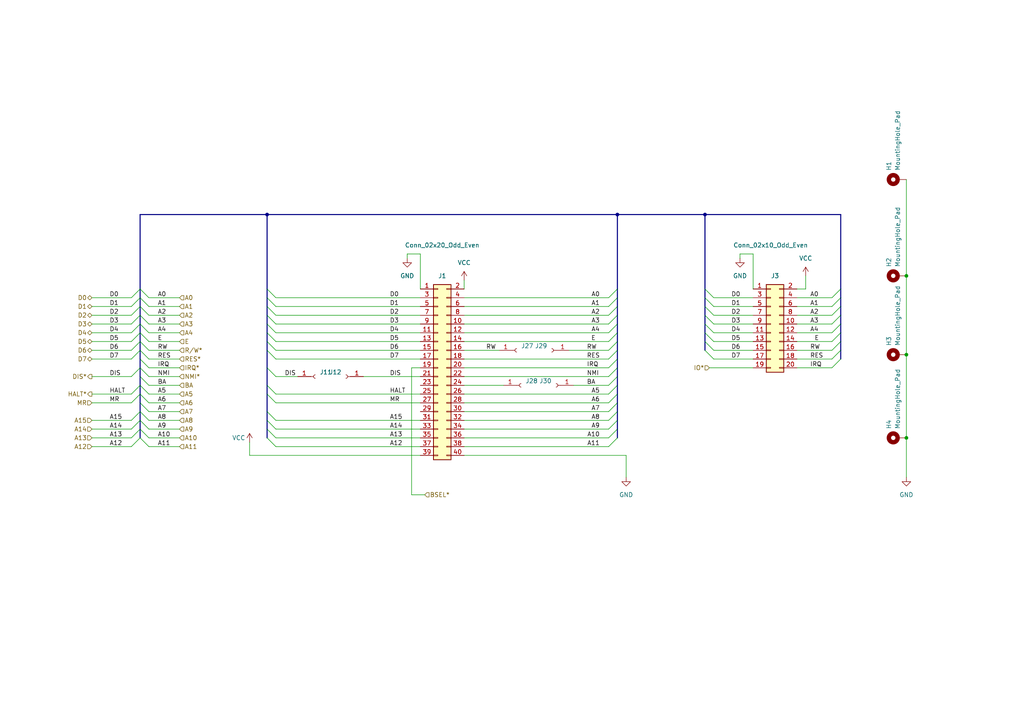
<source format=kicad_sch>
(kicad_sch (version 20211123) (generator eeschema)

  (uuid 8686eae7-3c1a-4a76-958f-a44b15eff1a1)

  (paper "A4")

  (lib_symbols
    (symbol "Connector:Conn_01x01_Female" (pin_names (offset 1.016) hide) (in_bom yes) (on_board yes)
      (property "Reference" "J" (id 0) (at 0 2.54 0)
        (effects (font (size 1.27 1.27)))
      )
      (property "Value" "Conn_01x01_Female" (id 1) (at 0 -2.54 0)
        (effects (font (size 1.27 1.27)))
      )
      (property "Footprint" "" (id 2) (at 0 0 0)
        (effects (font (size 1.27 1.27)) hide)
      )
      (property "Datasheet" "~" (id 3) (at 0 0 0)
        (effects (font (size 1.27 1.27)) hide)
      )
      (property "ki_keywords" "connector" (id 4) (at 0 0 0)
        (effects (font (size 1.27 1.27)) hide)
      )
      (property "ki_description" "Generic connector, single row, 01x01, script generated (kicad-library-utils/schlib/autogen/connector/)" (id 5) (at 0 0 0)
        (effects (font (size 1.27 1.27)) hide)
      )
      (property "ki_fp_filters" "Connector*:*" (id 6) (at 0 0 0)
        (effects (font (size 1.27 1.27)) hide)
      )
      (symbol "Conn_01x01_Female_1_1"
        (polyline
          (pts
            (xy -1.27 0)
            (xy -0.508 0)
          )
          (stroke (width 0.1524) (type default) (color 0 0 0 0))
          (fill (type none))
        )
        (arc (start 0 0.508) (mid -0.508 0) (end 0 -0.508)
          (stroke (width 0.1524) (type default) (color 0 0 0 0))
          (fill (type none))
        )
        (pin passive line (at -5.08 0 0) (length 3.81)
          (name "Pin_1" (effects (font (size 1.27 1.27))))
          (number "1" (effects (font (size 1.27 1.27))))
        )
      )
    )
    (symbol "Connector_Generic:Conn_02x10_Odd_Even" (pin_names (offset 1.016) hide) (in_bom yes) (on_board yes)
      (property "Reference" "J" (id 0) (at 1.27 12.7 0)
        (effects (font (size 1.27 1.27)))
      )
      (property "Value" "Conn_02x10_Odd_Even" (id 1) (at 1.27 -15.24 0)
        (effects (font (size 1.27 1.27)))
      )
      (property "Footprint" "" (id 2) (at 0 0 0)
        (effects (font (size 1.27 1.27)) hide)
      )
      (property "Datasheet" "~" (id 3) (at 0 0 0)
        (effects (font (size 1.27 1.27)) hide)
      )
      (property "ki_keywords" "connector" (id 4) (at 0 0 0)
        (effects (font (size 1.27 1.27)) hide)
      )
      (property "ki_description" "Generic connector, double row, 02x10, odd/even pin numbering scheme (row 1 odd numbers, row 2 even numbers), script generated (kicad-library-utils/schlib/autogen/connector/)" (id 5) (at 0 0 0)
        (effects (font (size 1.27 1.27)) hide)
      )
      (property "ki_fp_filters" "Connector*:*_2x??_*" (id 6) (at 0 0 0)
        (effects (font (size 1.27 1.27)) hide)
      )
      (symbol "Conn_02x10_Odd_Even_1_1"
        (rectangle (start -1.27 -12.573) (end 0 -12.827)
          (stroke (width 0.1524) (type default) (color 0 0 0 0))
          (fill (type none))
        )
        (rectangle (start -1.27 -10.033) (end 0 -10.287)
          (stroke (width 0.1524) (type default) (color 0 0 0 0))
          (fill (type none))
        )
        (rectangle (start -1.27 -7.493) (end 0 -7.747)
          (stroke (width 0.1524) (type default) (color 0 0 0 0))
          (fill (type none))
        )
        (rectangle (start -1.27 -4.953) (end 0 -5.207)
          (stroke (width 0.1524) (type default) (color 0 0 0 0))
          (fill (type none))
        )
        (rectangle (start -1.27 -2.413) (end 0 -2.667)
          (stroke (width 0.1524) (type default) (color 0 0 0 0))
          (fill (type none))
        )
        (rectangle (start -1.27 0.127) (end 0 -0.127)
          (stroke (width 0.1524) (type default) (color 0 0 0 0))
          (fill (type none))
        )
        (rectangle (start -1.27 2.667) (end 0 2.413)
          (stroke (width 0.1524) (type default) (color 0 0 0 0))
          (fill (type none))
        )
        (rectangle (start -1.27 5.207) (end 0 4.953)
          (stroke (width 0.1524) (type default) (color 0 0 0 0))
          (fill (type none))
        )
        (rectangle (start -1.27 7.747) (end 0 7.493)
          (stroke (width 0.1524) (type default) (color 0 0 0 0))
          (fill (type none))
        )
        (rectangle (start -1.27 10.287) (end 0 10.033)
          (stroke (width 0.1524) (type default) (color 0 0 0 0))
          (fill (type none))
        )
        (rectangle (start -1.27 11.43) (end 3.81 -13.97)
          (stroke (width 0.254) (type default) (color 0 0 0 0))
          (fill (type background))
        )
        (rectangle (start 3.81 -12.573) (end 2.54 -12.827)
          (stroke (width 0.1524) (type default) (color 0 0 0 0))
          (fill (type none))
        )
        (rectangle (start 3.81 -10.033) (end 2.54 -10.287)
          (stroke (width 0.1524) (type default) (color 0 0 0 0))
          (fill (type none))
        )
        (rectangle (start 3.81 -7.493) (end 2.54 -7.747)
          (stroke (width 0.1524) (type default) (color 0 0 0 0))
          (fill (type none))
        )
        (rectangle (start 3.81 -4.953) (end 2.54 -5.207)
          (stroke (width 0.1524) (type default) (color 0 0 0 0))
          (fill (type none))
        )
        (rectangle (start 3.81 -2.413) (end 2.54 -2.667)
          (stroke (width 0.1524) (type default) (color 0 0 0 0))
          (fill (type none))
        )
        (rectangle (start 3.81 0.127) (end 2.54 -0.127)
          (stroke (width 0.1524) (type default) (color 0 0 0 0))
          (fill (type none))
        )
        (rectangle (start 3.81 2.667) (end 2.54 2.413)
          (stroke (width 0.1524) (type default) (color 0 0 0 0))
          (fill (type none))
        )
        (rectangle (start 3.81 5.207) (end 2.54 4.953)
          (stroke (width 0.1524) (type default) (color 0 0 0 0))
          (fill (type none))
        )
        (rectangle (start 3.81 7.747) (end 2.54 7.493)
          (stroke (width 0.1524) (type default) (color 0 0 0 0))
          (fill (type none))
        )
        (rectangle (start 3.81 10.287) (end 2.54 10.033)
          (stroke (width 0.1524) (type default) (color 0 0 0 0))
          (fill (type none))
        )
        (pin passive line (at -5.08 10.16 0) (length 3.81)
          (name "Pin_1" (effects (font (size 1.27 1.27))))
          (number "1" (effects (font (size 1.27 1.27))))
        )
        (pin passive line (at 7.62 0 180) (length 3.81)
          (name "Pin_10" (effects (font (size 1.27 1.27))))
          (number "10" (effects (font (size 1.27 1.27))))
        )
        (pin passive line (at -5.08 -2.54 0) (length 3.81)
          (name "Pin_11" (effects (font (size 1.27 1.27))))
          (number "11" (effects (font (size 1.27 1.27))))
        )
        (pin passive line (at 7.62 -2.54 180) (length 3.81)
          (name "Pin_12" (effects (font (size 1.27 1.27))))
          (number "12" (effects (font (size 1.27 1.27))))
        )
        (pin passive line (at -5.08 -5.08 0) (length 3.81)
          (name "Pin_13" (effects (font (size 1.27 1.27))))
          (number "13" (effects (font (size 1.27 1.27))))
        )
        (pin passive line (at 7.62 -5.08 180) (length 3.81)
          (name "Pin_14" (effects (font (size 1.27 1.27))))
          (number "14" (effects (font (size 1.27 1.27))))
        )
        (pin passive line (at -5.08 -7.62 0) (length 3.81)
          (name "Pin_15" (effects (font (size 1.27 1.27))))
          (number "15" (effects (font (size 1.27 1.27))))
        )
        (pin passive line (at 7.62 -7.62 180) (length 3.81)
          (name "Pin_16" (effects (font (size 1.27 1.27))))
          (number "16" (effects (font (size 1.27 1.27))))
        )
        (pin passive line (at -5.08 -10.16 0) (length 3.81)
          (name "Pin_17" (effects (font (size 1.27 1.27))))
          (number "17" (effects (font (size 1.27 1.27))))
        )
        (pin passive line (at 7.62 -10.16 180) (length 3.81)
          (name "Pin_18" (effects (font (size 1.27 1.27))))
          (number "18" (effects (font (size 1.27 1.27))))
        )
        (pin passive line (at -5.08 -12.7 0) (length 3.81)
          (name "Pin_19" (effects (font (size 1.27 1.27))))
          (number "19" (effects (font (size 1.27 1.27))))
        )
        (pin passive line (at 7.62 10.16 180) (length 3.81)
          (name "Pin_2" (effects (font (size 1.27 1.27))))
          (number "2" (effects (font (size 1.27 1.27))))
        )
        (pin passive line (at 7.62 -12.7 180) (length 3.81)
          (name "Pin_20" (effects (font (size 1.27 1.27))))
          (number "20" (effects (font (size 1.27 1.27))))
        )
        (pin passive line (at -5.08 7.62 0) (length 3.81)
          (name "Pin_3" (effects (font (size 1.27 1.27))))
          (number "3" (effects (font (size 1.27 1.27))))
        )
        (pin passive line (at 7.62 7.62 180) (length 3.81)
          (name "Pin_4" (effects (font (size 1.27 1.27))))
          (number "4" (effects (font (size 1.27 1.27))))
        )
        (pin passive line (at -5.08 5.08 0) (length 3.81)
          (name "Pin_5" (effects (font (size 1.27 1.27))))
          (number "5" (effects (font (size 1.27 1.27))))
        )
        (pin passive line (at 7.62 5.08 180) (length 3.81)
          (name "Pin_6" (effects (font (size 1.27 1.27))))
          (number "6" (effects (font (size 1.27 1.27))))
        )
        (pin passive line (at -5.08 2.54 0) (length 3.81)
          (name "Pin_7" (effects (font (size 1.27 1.27))))
          (number "7" (effects (font (size 1.27 1.27))))
        )
        (pin passive line (at 7.62 2.54 180) (length 3.81)
          (name "Pin_8" (effects (font (size 1.27 1.27))))
          (number "8" (effects (font (size 1.27 1.27))))
        )
        (pin passive line (at -5.08 0 0) (length 3.81)
          (name "Pin_9" (effects (font (size 1.27 1.27))))
          (number "9" (effects (font (size 1.27 1.27))))
        )
      )
    )
    (symbol "Connector_Generic:Conn_02x20_Odd_Even" (pin_names (offset 1.016) hide) (in_bom yes) (on_board yes)
      (property "Reference" "J" (id 0) (at 1.27 25.4 0)
        (effects (font (size 1.27 1.27)))
      )
      (property "Value" "Conn_02x20_Odd_Even" (id 1) (at 1.27 -27.94 0)
        (effects (font (size 1.27 1.27)))
      )
      (property "Footprint" "" (id 2) (at 0 0 0)
        (effects (font (size 1.27 1.27)) hide)
      )
      (property "Datasheet" "~" (id 3) (at 0 0 0)
        (effects (font (size 1.27 1.27)) hide)
      )
      (property "ki_keywords" "connector" (id 4) (at 0 0 0)
        (effects (font (size 1.27 1.27)) hide)
      )
      (property "ki_description" "Generic connector, double row, 02x20, odd/even pin numbering scheme (row 1 odd numbers, row 2 even numbers), script generated (kicad-library-utils/schlib/autogen/connector/)" (id 5) (at 0 0 0)
        (effects (font (size 1.27 1.27)) hide)
      )
      (property "ki_fp_filters" "Connector*:*_2x??_*" (id 6) (at 0 0 0)
        (effects (font (size 1.27 1.27)) hide)
      )
      (symbol "Conn_02x20_Odd_Even_1_1"
        (rectangle (start -1.27 -25.273) (end 0 -25.527)
          (stroke (width 0.1524) (type default) (color 0 0 0 0))
          (fill (type none))
        )
        (rectangle (start -1.27 -22.733) (end 0 -22.987)
          (stroke (width 0.1524) (type default) (color 0 0 0 0))
          (fill (type none))
        )
        (rectangle (start -1.27 -20.193) (end 0 -20.447)
          (stroke (width 0.1524) (type default) (color 0 0 0 0))
          (fill (type none))
        )
        (rectangle (start -1.27 -17.653) (end 0 -17.907)
          (stroke (width 0.1524) (type default) (color 0 0 0 0))
          (fill (type none))
        )
        (rectangle (start -1.27 -15.113) (end 0 -15.367)
          (stroke (width 0.1524) (type default) (color 0 0 0 0))
          (fill (type none))
        )
        (rectangle (start -1.27 -12.573) (end 0 -12.827)
          (stroke (width 0.1524) (type default) (color 0 0 0 0))
          (fill (type none))
        )
        (rectangle (start -1.27 -10.033) (end 0 -10.287)
          (stroke (width 0.1524) (type default) (color 0 0 0 0))
          (fill (type none))
        )
        (rectangle (start -1.27 -7.493) (end 0 -7.747)
          (stroke (width 0.1524) (type default) (color 0 0 0 0))
          (fill (type none))
        )
        (rectangle (start -1.27 -4.953) (end 0 -5.207)
          (stroke (width 0.1524) (type default) (color 0 0 0 0))
          (fill (type none))
        )
        (rectangle (start -1.27 -2.413) (end 0 -2.667)
          (stroke (width 0.1524) (type default) (color 0 0 0 0))
          (fill (type none))
        )
        (rectangle (start -1.27 0.127) (end 0 -0.127)
          (stroke (width 0.1524) (type default) (color 0 0 0 0))
          (fill (type none))
        )
        (rectangle (start -1.27 2.667) (end 0 2.413)
          (stroke (width 0.1524) (type default) (color 0 0 0 0))
          (fill (type none))
        )
        (rectangle (start -1.27 5.207) (end 0 4.953)
          (stroke (width 0.1524) (type default) (color 0 0 0 0))
          (fill (type none))
        )
        (rectangle (start -1.27 7.747) (end 0 7.493)
          (stroke (width 0.1524) (type default) (color 0 0 0 0))
          (fill (type none))
        )
        (rectangle (start -1.27 10.287) (end 0 10.033)
          (stroke (width 0.1524) (type default) (color 0 0 0 0))
          (fill (type none))
        )
        (rectangle (start -1.27 12.827) (end 0 12.573)
          (stroke (width 0.1524) (type default) (color 0 0 0 0))
          (fill (type none))
        )
        (rectangle (start -1.27 15.367) (end 0 15.113)
          (stroke (width 0.1524) (type default) (color 0 0 0 0))
          (fill (type none))
        )
        (rectangle (start -1.27 17.907) (end 0 17.653)
          (stroke (width 0.1524) (type default) (color 0 0 0 0))
          (fill (type none))
        )
        (rectangle (start -1.27 20.447) (end 0 20.193)
          (stroke (width 0.1524) (type default) (color 0 0 0 0))
          (fill (type none))
        )
        (rectangle (start -1.27 22.987) (end 0 22.733)
          (stroke (width 0.1524) (type default) (color 0 0 0 0))
          (fill (type none))
        )
        (rectangle (start -1.27 24.13) (end 3.81 -26.67)
          (stroke (width 0.254) (type default) (color 0 0 0 0))
          (fill (type background))
        )
        (rectangle (start 3.81 -25.273) (end 2.54 -25.527)
          (stroke (width 0.1524) (type default) (color 0 0 0 0))
          (fill (type none))
        )
        (rectangle (start 3.81 -22.733) (end 2.54 -22.987)
          (stroke (width 0.1524) (type default) (color 0 0 0 0))
          (fill (type none))
        )
        (rectangle (start 3.81 -20.193) (end 2.54 -20.447)
          (stroke (width 0.1524) (type default) (color 0 0 0 0))
          (fill (type none))
        )
        (rectangle (start 3.81 -17.653) (end 2.54 -17.907)
          (stroke (width 0.1524) (type default) (color 0 0 0 0))
          (fill (type none))
        )
        (rectangle (start 3.81 -15.113) (end 2.54 -15.367)
          (stroke (width 0.1524) (type default) (color 0 0 0 0))
          (fill (type none))
        )
        (rectangle (start 3.81 -12.573) (end 2.54 -12.827)
          (stroke (width 0.1524) (type default) (color 0 0 0 0))
          (fill (type none))
        )
        (rectangle (start 3.81 -10.033) (end 2.54 -10.287)
          (stroke (width 0.1524) (type default) (color 0 0 0 0))
          (fill (type none))
        )
        (rectangle (start 3.81 -7.493) (end 2.54 -7.747)
          (stroke (width 0.1524) (type default) (color 0 0 0 0))
          (fill (type none))
        )
        (rectangle (start 3.81 -4.953) (end 2.54 -5.207)
          (stroke (width 0.1524) (type default) (color 0 0 0 0))
          (fill (type none))
        )
        (rectangle (start 3.81 -2.413) (end 2.54 -2.667)
          (stroke (width 0.1524) (type default) (color 0 0 0 0))
          (fill (type none))
        )
        (rectangle (start 3.81 0.127) (end 2.54 -0.127)
          (stroke (width 0.1524) (type default) (color 0 0 0 0))
          (fill (type none))
        )
        (rectangle (start 3.81 2.667) (end 2.54 2.413)
          (stroke (width 0.1524) (type default) (color 0 0 0 0))
          (fill (type none))
        )
        (rectangle (start 3.81 5.207) (end 2.54 4.953)
          (stroke (width 0.1524) (type default) (color 0 0 0 0))
          (fill (type none))
        )
        (rectangle (start 3.81 7.747) (end 2.54 7.493)
          (stroke (width 0.1524) (type default) (color 0 0 0 0))
          (fill (type none))
        )
        (rectangle (start 3.81 10.287) (end 2.54 10.033)
          (stroke (width 0.1524) (type default) (color 0 0 0 0))
          (fill (type none))
        )
        (rectangle (start 3.81 12.827) (end 2.54 12.573)
          (stroke (width 0.1524) (type default) (color 0 0 0 0))
          (fill (type none))
        )
        (rectangle (start 3.81 15.367) (end 2.54 15.113)
          (stroke (width 0.1524) (type default) (color 0 0 0 0))
          (fill (type none))
        )
        (rectangle (start 3.81 17.907) (end 2.54 17.653)
          (stroke (width 0.1524) (type default) (color 0 0 0 0))
          (fill (type none))
        )
        (rectangle (start 3.81 20.447) (end 2.54 20.193)
          (stroke (width 0.1524) (type default) (color 0 0 0 0))
          (fill (type none))
        )
        (rectangle (start 3.81 22.987) (end 2.54 22.733)
          (stroke (width 0.1524) (type default) (color 0 0 0 0))
          (fill (type none))
        )
        (pin passive line (at -5.08 22.86 0) (length 3.81)
          (name "Pin_1" (effects (font (size 1.27 1.27))))
          (number "1" (effects (font (size 1.27 1.27))))
        )
        (pin passive line (at 7.62 12.7 180) (length 3.81)
          (name "Pin_10" (effects (font (size 1.27 1.27))))
          (number "10" (effects (font (size 1.27 1.27))))
        )
        (pin passive line (at -5.08 10.16 0) (length 3.81)
          (name "Pin_11" (effects (font (size 1.27 1.27))))
          (number "11" (effects (font (size 1.27 1.27))))
        )
        (pin passive line (at 7.62 10.16 180) (length 3.81)
          (name "Pin_12" (effects (font (size 1.27 1.27))))
          (number "12" (effects (font (size 1.27 1.27))))
        )
        (pin passive line (at -5.08 7.62 0) (length 3.81)
          (name "Pin_13" (effects (font (size 1.27 1.27))))
          (number "13" (effects (font (size 1.27 1.27))))
        )
        (pin passive line (at 7.62 7.62 180) (length 3.81)
          (name "Pin_14" (effects (font (size 1.27 1.27))))
          (number "14" (effects (font (size 1.27 1.27))))
        )
        (pin passive line (at -5.08 5.08 0) (length 3.81)
          (name "Pin_15" (effects (font (size 1.27 1.27))))
          (number "15" (effects (font (size 1.27 1.27))))
        )
        (pin passive line (at 7.62 5.08 180) (length 3.81)
          (name "Pin_16" (effects (font (size 1.27 1.27))))
          (number "16" (effects (font (size 1.27 1.27))))
        )
        (pin passive line (at -5.08 2.54 0) (length 3.81)
          (name "Pin_17" (effects (font (size 1.27 1.27))))
          (number "17" (effects (font (size 1.27 1.27))))
        )
        (pin passive line (at 7.62 2.54 180) (length 3.81)
          (name "Pin_18" (effects (font (size 1.27 1.27))))
          (number "18" (effects (font (size 1.27 1.27))))
        )
        (pin passive line (at -5.08 0 0) (length 3.81)
          (name "Pin_19" (effects (font (size 1.27 1.27))))
          (number "19" (effects (font (size 1.27 1.27))))
        )
        (pin passive line (at 7.62 22.86 180) (length 3.81)
          (name "Pin_2" (effects (font (size 1.27 1.27))))
          (number "2" (effects (font (size 1.27 1.27))))
        )
        (pin passive line (at 7.62 0 180) (length 3.81)
          (name "Pin_20" (effects (font (size 1.27 1.27))))
          (number "20" (effects (font (size 1.27 1.27))))
        )
        (pin passive line (at -5.08 -2.54 0) (length 3.81)
          (name "Pin_21" (effects (font (size 1.27 1.27))))
          (number "21" (effects (font (size 1.27 1.27))))
        )
        (pin passive line (at 7.62 -2.54 180) (length 3.81)
          (name "Pin_22" (effects (font (size 1.27 1.27))))
          (number "22" (effects (font (size 1.27 1.27))))
        )
        (pin passive line (at -5.08 -5.08 0) (length 3.81)
          (name "Pin_23" (effects (font (size 1.27 1.27))))
          (number "23" (effects (font (size 1.27 1.27))))
        )
        (pin passive line (at 7.62 -5.08 180) (length 3.81)
          (name "Pin_24" (effects (font (size 1.27 1.27))))
          (number "24" (effects (font (size 1.27 1.27))))
        )
        (pin passive line (at -5.08 -7.62 0) (length 3.81)
          (name "Pin_25" (effects (font (size 1.27 1.27))))
          (number "25" (effects (font (size 1.27 1.27))))
        )
        (pin passive line (at 7.62 -7.62 180) (length 3.81)
          (name "Pin_26" (effects (font (size 1.27 1.27))))
          (number "26" (effects (font (size 1.27 1.27))))
        )
        (pin passive line (at -5.08 -10.16 0) (length 3.81)
          (name "Pin_27" (effects (font (size 1.27 1.27))))
          (number "27" (effects (font (size 1.27 1.27))))
        )
        (pin passive line (at 7.62 -10.16 180) (length 3.81)
          (name "Pin_28" (effects (font (size 1.27 1.27))))
          (number "28" (effects (font (size 1.27 1.27))))
        )
        (pin passive line (at -5.08 -12.7 0) (length 3.81)
          (name "Pin_29" (effects (font (size 1.27 1.27))))
          (number "29" (effects (font (size 1.27 1.27))))
        )
        (pin passive line (at -5.08 20.32 0) (length 3.81)
          (name "Pin_3" (effects (font (size 1.27 1.27))))
          (number "3" (effects (font (size 1.27 1.27))))
        )
        (pin passive line (at 7.62 -12.7 180) (length 3.81)
          (name "Pin_30" (effects (font (size 1.27 1.27))))
          (number "30" (effects (font (size 1.27 1.27))))
        )
        (pin passive line (at -5.08 -15.24 0) (length 3.81)
          (name "Pin_31" (effects (font (size 1.27 1.27))))
          (number "31" (effects (font (size 1.27 1.27))))
        )
        (pin passive line (at 7.62 -15.24 180) (length 3.81)
          (name "Pin_32" (effects (font (size 1.27 1.27))))
          (number "32" (effects (font (size 1.27 1.27))))
        )
        (pin passive line (at -5.08 -17.78 0) (length 3.81)
          (name "Pin_33" (effects (font (size 1.27 1.27))))
          (number "33" (effects (font (size 1.27 1.27))))
        )
        (pin passive line (at 7.62 -17.78 180) (length 3.81)
          (name "Pin_34" (effects (font (size 1.27 1.27))))
          (number "34" (effects (font (size 1.27 1.27))))
        )
        (pin passive line (at -5.08 -20.32 0) (length 3.81)
          (name "Pin_35" (effects (font (size 1.27 1.27))))
          (number "35" (effects (font (size 1.27 1.27))))
        )
        (pin passive line (at 7.62 -20.32 180) (length 3.81)
          (name "Pin_36" (effects (font (size 1.27 1.27))))
          (number "36" (effects (font (size 1.27 1.27))))
        )
        (pin passive line (at -5.08 -22.86 0) (length 3.81)
          (name "Pin_37" (effects (font (size 1.27 1.27))))
          (number "37" (effects (font (size 1.27 1.27))))
        )
        (pin passive line (at 7.62 -22.86 180) (length 3.81)
          (name "Pin_38" (effects (font (size 1.27 1.27))))
          (number "38" (effects (font (size 1.27 1.27))))
        )
        (pin passive line (at -5.08 -25.4 0) (length 3.81)
          (name "Pin_39" (effects (font (size 1.27 1.27))))
          (number "39" (effects (font (size 1.27 1.27))))
        )
        (pin passive line (at 7.62 20.32 180) (length 3.81)
          (name "Pin_4" (effects (font (size 1.27 1.27))))
          (number "4" (effects (font (size 1.27 1.27))))
        )
        (pin passive line (at 7.62 -25.4 180) (length 3.81)
          (name "Pin_40" (effects (font (size 1.27 1.27))))
          (number "40" (effects (font (size 1.27 1.27))))
        )
        (pin passive line (at -5.08 17.78 0) (length 3.81)
          (name "Pin_5" (effects (font (size 1.27 1.27))))
          (number "5" (effects (font (size 1.27 1.27))))
        )
        (pin passive line (at 7.62 17.78 180) (length 3.81)
          (name "Pin_6" (effects (font (size 1.27 1.27))))
          (number "6" (effects (font (size 1.27 1.27))))
        )
        (pin passive line (at -5.08 15.24 0) (length 3.81)
          (name "Pin_7" (effects (font (size 1.27 1.27))))
          (number "7" (effects (font (size 1.27 1.27))))
        )
        (pin passive line (at 7.62 15.24 180) (length 3.81)
          (name "Pin_8" (effects (font (size 1.27 1.27))))
          (number "8" (effects (font (size 1.27 1.27))))
        )
        (pin passive line (at -5.08 12.7 0) (length 3.81)
          (name "Pin_9" (effects (font (size 1.27 1.27))))
          (number "9" (effects (font (size 1.27 1.27))))
        )
      )
    )
    (symbol "Mechanical:MountingHole_Pad" (pin_numbers hide) (pin_names (offset 1.016) hide) (in_bom yes) (on_board yes)
      (property "Reference" "H" (id 0) (at 0 6.35 0)
        (effects (font (size 1.27 1.27)))
      )
      (property "Value" "MountingHole_Pad" (id 1) (at 0 4.445 0)
        (effects (font (size 1.27 1.27)))
      )
      (property "Footprint" "" (id 2) (at 0 0 0)
        (effects (font (size 1.27 1.27)) hide)
      )
      (property "Datasheet" "~" (id 3) (at 0 0 0)
        (effects (font (size 1.27 1.27)) hide)
      )
      (property "ki_keywords" "mounting hole" (id 4) (at 0 0 0)
        (effects (font (size 1.27 1.27)) hide)
      )
      (property "ki_description" "Mounting Hole with connection" (id 5) (at 0 0 0)
        (effects (font (size 1.27 1.27)) hide)
      )
      (property "ki_fp_filters" "MountingHole*Pad*" (id 6) (at 0 0 0)
        (effects (font (size 1.27 1.27)) hide)
      )
      (symbol "MountingHole_Pad_0_1"
        (circle (center 0 1.27) (radius 1.27)
          (stroke (width 1.27) (type default) (color 0 0 0 0))
          (fill (type none))
        )
      )
      (symbol "MountingHole_Pad_1_1"
        (pin input line (at 0 -2.54 90) (length 2.54)
          (name "1" (effects (font (size 1.27 1.27))))
          (number "1" (effects (font (size 1.27 1.27))))
        )
      )
    )
    (symbol "power:GND" (power) (pin_names (offset 0)) (in_bom yes) (on_board yes)
      (property "Reference" "#PWR" (id 0) (at 0 -6.35 0)
        (effects (font (size 1.27 1.27)) hide)
      )
      (property "Value" "GND" (id 1) (at 0 -3.81 0)
        (effects (font (size 1.27 1.27)))
      )
      (property "Footprint" "" (id 2) (at 0 0 0)
        (effects (font (size 1.27 1.27)) hide)
      )
      (property "Datasheet" "" (id 3) (at 0 0 0)
        (effects (font (size 1.27 1.27)) hide)
      )
      (property "ki_keywords" "power-flag" (id 4) (at 0 0 0)
        (effects (font (size 1.27 1.27)) hide)
      )
      (property "ki_description" "Power symbol creates a global label with name \"GND\" , ground" (id 5) (at 0 0 0)
        (effects (font (size 1.27 1.27)) hide)
      )
      (symbol "GND_0_1"
        (polyline
          (pts
            (xy 0 0)
            (xy 0 -1.27)
            (xy 1.27 -1.27)
            (xy 0 -2.54)
            (xy -1.27 -1.27)
            (xy 0 -1.27)
          )
          (stroke (width 0) (type default) (color 0 0 0 0))
          (fill (type none))
        )
      )
      (symbol "GND_1_1"
        (pin power_in line (at 0 0 270) (length 0) hide
          (name "GND" (effects (font (size 1.27 1.27))))
          (number "1" (effects (font (size 1.27 1.27))))
        )
      )
    )
    (symbol "power:VCC" (power) (pin_names (offset 0)) (in_bom yes) (on_board yes)
      (property "Reference" "#PWR" (id 0) (at 0 -3.81 0)
        (effects (font (size 1.27 1.27)) hide)
      )
      (property "Value" "VCC" (id 1) (at 0 3.81 0)
        (effects (font (size 1.27 1.27)))
      )
      (property "Footprint" "" (id 2) (at 0 0 0)
        (effects (font (size 1.27 1.27)) hide)
      )
      (property "Datasheet" "" (id 3) (at 0 0 0)
        (effects (font (size 1.27 1.27)) hide)
      )
      (property "ki_keywords" "power-flag" (id 4) (at 0 0 0)
        (effects (font (size 1.27 1.27)) hide)
      )
      (property "ki_description" "Power symbol creates a global label with name \"VCC\"" (id 5) (at 0 0 0)
        (effects (font (size 1.27 1.27)) hide)
      )
      (symbol "VCC_0_1"
        (polyline
          (pts
            (xy -0.762 1.27)
            (xy 0 2.54)
          )
          (stroke (width 0) (type default) (color 0 0 0 0))
          (fill (type none))
        )
        (polyline
          (pts
            (xy 0 0)
            (xy 0 2.54)
          )
          (stroke (width 0) (type default) (color 0 0 0 0))
          (fill (type none))
        )
        (polyline
          (pts
            (xy 0 2.54)
            (xy 0.762 1.27)
          )
          (stroke (width 0) (type default) (color 0 0 0 0))
          (fill (type none))
        )
      )
      (symbol "VCC_1_1"
        (pin power_in line (at 0 0 90) (length 0) hide
          (name "VCC" (effects (font (size 1.27 1.27))))
          (number "1" (effects (font (size 1.27 1.27))))
        )
      )
    )
  )

  (junction (at 179.07 62.23) (diameter 0) (color 0 0 0 0)
    (uuid 05669bdd-f267-4f58-ab92-ad5ec7e473e3)
  )
  (junction (at 262.89 80.01) (diameter 0) (color 0 0 0 0)
    (uuid 217e94c6-ed64-4988-a516-229d061e9ba7)
  )
  (junction (at 77.47 62.23) (diameter 0) (color 0 0 0 0)
    (uuid 837c15a0-1056-4458-8152-05dffd5bef8c)
  )
  (junction (at 262.89 102.87) (diameter 0) (color 0 0 0 0)
    (uuid dcca1e4f-138c-4b31-ba99-897865e9e1f5)
  )
  (junction (at 204.47 62.23) (diameter 0) (color 0 0 0 0)
    (uuid e0d8f535-4a6d-48eb-b582-4ef2cb4d2675)
  )
  (junction (at 262.89 127) (diameter 0) (color 0 0 0 0)
    (uuid e77c2bd7-4cfc-43af-9981-024f6cfaa162)
  )

  (bus_entry (at 40.64 109.22) (size 2.54 2.54)
    (stroke (width 0) (type default) (color 0 0 0 0))
    (uuid 00271ee8-bb70-4dd0-9613-2f4c001812df)
  )
  (bus_entry (at 179.07 99.06) (size -2.54 2.54)
    (stroke (width 0) (type default) (color 0 0 0 0))
    (uuid 012829c2-8eb7-438f-a73f-545e19a12f6d)
  )
  (bus_entry (at 243.84 86.36) (size -2.54 2.54)
    (stroke (width 0) (type default) (color 0 0 0 0))
    (uuid 026f45b3-daf6-4827-b04f-fa5523b5c0ea)
  )
  (bus_entry (at 40.64 83.82) (size -2.54 2.54)
    (stroke (width 0) (type default) (color 0 0 0 0))
    (uuid 02e95fe9-8134-4467-bcc3-5afa1592f662)
  )
  (bus_entry (at 243.84 99.06) (size -2.54 2.54)
    (stroke (width 0) (type default) (color 0 0 0 0))
    (uuid 073e3776-8b08-4948-a274-ca4277080cbe)
  )
  (bus_entry (at 40.64 101.6) (size 2.54 2.54)
    (stroke (width 0) (type default) (color 0 0 0 0))
    (uuid 0a53d3d7-1cdf-450c-b5b5-6ceed568c933)
  )
  (bus_entry (at 40.64 96.52) (size 2.54 2.54)
    (stroke (width 0) (type default) (color 0 0 0 0))
    (uuid 0d44ac20-0dec-40ab-ae95-75298288689f)
  )
  (bus_entry (at 40.64 124.46) (size -2.54 2.54)
    (stroke (width 0) (type default) (color 0 0 0 0))
    (uuid 0f0c498d-1130-45cf-978f-23e74b41a879)
  )
  (bus_entry (at 40.64 106.68) (size 2.54 2.54)
    (stroke (width 0) (type default) (color 0 0 0 0))
    (uuid 117a72e3-e69f-49e3-adba-f2c048e7863d)
  )
  (bus_entry (at 77.47 106.68) (size 2.54 2.54)
    (stroke (width 0) (type default) (color 0 0 0 0))
    (uuid 12e3aeab-3bab-4a5d-ab25-b817a12a1c3f)
  )
  (bus_entry (at 204.47 99.06) (size 2.54 2.54)
    (stroke (width 0) (type default) (color 0 0 0 0))
    (uuid 1a454367-1c89-44e8-849e-9ee779f536e3)
  )
  (bus_entry (at 40.64 96.52) (size -2.54 2.54)
    (stroke (width 0) (type default) (color 0 0 0 0))
    (uuid 25f6d698-7138-4434-9726-a4c6cd99e9f0)
  )
  (bus_entry (at 40.64 83.82) (size 2.54 2.54)
    (stroke (width 0) (type default) (color 0 0 0 0))
    (uuid 26dc2eba-41d5-4ac5-aa71-cabbb405bf45)
  )
  (bus_entry (at 40.64 101.6) (size -2.54 2.54)
    (stroke (width 0) (type default) (color 0 0 0 0))
    (uuid 2a329735-72a7-4182-937e-046ed420092f)
  )
  (bus_entry (at 40.64 119.38) (size 2.54 2.54)
    (stroke (width 0) (type default) (color 0 0 0 0))
    (uuid 2b42a8df-465f-4b4a-9c27-dd66183d47a5)
  )
  (bus_entry (at 40.64 86.36) (size 2.54 2.54)
    (stroke (width 0) (type default) (color 0 0 0 0))
    (uuid 31a30f14-4fdf-4f4a-8b20-d2495f338b33)
  )
  (bus_entry (at 243.84 93.98) (size -2.54 2.54)
    (stroke (width 0) (type default) (color 0 0 0 0))
    (uuid 31ef6169-fc04-4be2-a15b-6ae1ac213edf)
  )
  (bus_entry (at 179.07 111.76) (size -2.54 2.54)
    (stroke (width 0) (type default) (color 0 0 0 0))
    (uuid 333fc011-7d38-4457-a6ba-7747a5f7b9b4)
  )
  (bus_entry (at 77.47 101.6) (size 2.54 2.54)
    (stroke (width 0) (type default) (color 0 0 0 0))
    (uuid 352147f7-07b8-4e2f-a343-91e57d172aa2)
  )
  (bus_entry (at 40.64 127) (size -2.54 2.54)
    (stroke (width 0) (type default) (color 0 0 0 0))
    (uuid 3b90691b-c4e8-4dad-b690-21914dd057e9)
  )
  (bus_entry (at 179.07 101.6) (size -2.54 2.54)
    (stroke (width 0) (type default) (color 0 0 0 0))
    (uuid 3ecdf6a9-6ea0-47a1-81bf-330b24e960ae)
  )
  (bus_entry (at 204.47 101.6) (size 2.54 2.54)
    (stroke (width 0) (type default) (color 0 0 0 0))
    (uuid 3f446511-7b67-4389-bd9f-1f687e02a0b8)
  )
  (bus_entry (at 179.07 88.9) (size -2.54 2.54)
    (stroke (width 0) (type default) (color 0 0 0 0))
    (uuid 3ffe589c-b582-4d6c-b07e-288b3d5de447)
  )
  (bus_entry (at 77.47 88.9) (size 2.54 2.54)
    (stroke (width 0) (type default) (color 0 0 0 0))
    (uuid 40868b4a-f672-4287-8d2d-318df1dd41d4)
  )
  (bus_entry (at 179.07 127) (size -2.54 2.54)
    (stroke (width 0) (type default) (color 0 0 0 0))
    (uuid 41d73fef-e886-4c2e-b413-4c0b36c82fa4)
  )
  (bus_entry (at 77.47 127) (size 2.54 2.54)
    (stroke (width 0) (type default) (color 0 0 0 0))
    (uuid 45c0bce7-a722-4efa-a6ec-42b0b581a266)
  )
  (bus_entry (at 77.47 99.06) (size 2.54 2.54)
    (stroke (width 0) (type default) (color 0 0 0 0))
    (uuid 4d7879e3-92a5-4edb-bef6-cf360a0041d3)
  )
  (bus_entry (at 40.64 91.44) (size 2.54 2.54)
    (stroke (width 0) (type default) (color 0 0 0 0))
    (uuid 4dedeced-0a21-4533-96e6-f62e6e80a053)
  )
  (bus_entry (at 204.47 88.9) (size 2.54 2.54)
    (stroke (width 0) (type default) (color 0 0 0 0))
    (uuid 4e611a44-0cc2-44d7-92c6-82f7a6f2bfd4)
  )
  (bus_entry (at 243.84 104.14) (size -2.54 2.54)
    (stroke (width 0) (type default) (color 0 0 0 0))
    (uuid 4f410398-1b0b-4ea8-a6c0-efefc4a30ce2)
  )
  (bus_entry (at 179.07 121.92) (size -2.54 2.54)
    (stroke (width 0) (type default) (color 0 0 0 0))
    (uuid 50bc55f8-37ad-46a2-a96e-537d32e2c054)
  )
  (bus_entry (at 77.47 114.3) (size 2.54 2.54)
    (stroke (width 0) (type default) (color 0 0 0 0))
    (uuid 540eea71-24e7-417c-ad6e-5732f8453352)
  )
  (bus_entry (at 179.07 114.3) (size -2.54 2.54)
    (stroke (width 0) (type default) (color 0 0 0 0))
    (uuid 54cccccf-6c6a-4c45-a419-467909957a5d)
  )
  (bus_entry (at 40.64 124.46) (size 2.54 2.54)
    (stroke (width 0) (type default) (color 0 0 0 0))
    (uuid 60e3216b-8ff8-49ea-9e6d-8dcd2ee73f80)
  )
  (bus_entry (at 77.47 121.92) (size 2.54 2.54)
    (stroke (width 0) (type default) (color 0 0 0 0))
    (uuid 622d7e97-8063-4410-bb25-f0d9b642cf70)
  )
  (bus_entry (at 77.47 124.46) (size 2.54 2.54)
    (stroke (width 0) (type default) (color 0 0 0 0))
    (uuid 636796b7-d1ac-40fb-a6b9-e221a8bbc6e9)
  )
  (bus_entry (at 40.64 111.76) (size -2.54 2.54)
    (stroke (width 0) (type default) (color 0 0 0 0))
    (uuid 63aaf4eb-e8c3-436d-a689-c7df8b62b30e)
  )
  (bus_entry (at 179.07 116.84) (size -2.54 2.54)
    (stroke (width 0) (type default) (color 0 0 0 0))
    (uuid 64604343-71e5-41f4-af46-ee9cd672fab3)
  )
  (bus_entry (at 40.64 99.06) (size -2.54 2.54)
    (stroke (width 0) (type default) (color 0 0 0 0))
    (uuid 6b724bf4-a116-4880-bd55-885311e464f1)
  )
  (bus_entry (at 40.64 88.9) (size -2.54 2.54)
    (stroke (width 0) (type default) (color 0 0 0 0))
    (uuid 6bcf5277-8f78-4d76-a107-1313d363cd32)
  )
  (bus_entry (at 243.84 91.44) (size -2.54 2.54)
    (stroke (width 0) (type default) (color 0 0 0 0))
    (uuid 75f70bce-e796-4292-8bff-90d7f05310fd)
  )
  (bus_entry (at 40.64 86.36) (size -2.54 2.54)
    (stroke (width 0) (type default) (color 0 0 0 0))
    (uuid 7ce9bc5c-62bb-4113-8462-249d7a6c7fd6)
  )
  (bus_entry (at 77.47 86.36) (size 2.54 2.54)
    (stroke (width 0) (type default) (color 0 0 0 0))
    (uuid 7fb027ed-03d0-463f-a81b-1891a3375886)
  )
  (bus_entry (at 77.47 111.76) (size 2.54 2.54)
    (stroke (width 0) (type default) (color 0 0 0 0))
    (uuid 80b076bb-9fa0-42b8-90ba-eb4140d09aca)
  )
  (bus_entry (at 77.47 93.98) (size 2.54 2.54)
    (stroke (width 0) (type default) (color 0 0 0 0))
    (uuid 86d8b04e-0e8d-463e-b004-d061e4f5c2a6)
  )
  (bus_entry (at 77.47 96.52) (size 2.54 2.54)
    (stroke (width 0) (type default) (color 0 0 0 0))
    (uuid 88cd1bcd-ec91-400b-ba78-9726319fb811)
  )
  (bus_entry (at 243.84 83.82) (size -2.54 2.54)
    (stroke (width 0) (type default) (color 0 0 0 0))
    (uuid 89bcf57d-0bb8-473a-8fb6-f5692cfa66a1)
  )
  (bus_entry (at 179.07 83.82) (size -2.54 2.54)
    (stroke (width 0) (type default) (color 0 0 0 0))
    (uuid 8ac01ab8-f45b-44cb-9bb4-bda6918cd771)
  )
  (bus_entry (at 40.64 116.84) (size 2.54 2.54)
    (stroke (width 0) (type default) (color 0 0 0 0))
    (uuid 8b01f2c1-167b-4e55-b10e-3cb2e8c19894)
  )
  (bus_entry (at 179.07 104.14) (size -2.54 2.54)
    (stroke (width 0) (type default) (color 0 0 0 0))
    (uuid 8b4d1661-45c2-4eb4-9981-e26d56caa015)
  )
  (bus_entry (at 179.07 119.38) (size -2.54 2.54)
    (stroke (width 0) (type default) (color 0 0 0 0))
    (uuid 8c86e75a-79fc-4748-bf02-704414c0c24d)
  )
  (bus_entry (at 179.07 106.68) (size -2.54 2.54)
    (stroke (width 0) (type default) (color 0 0 0 0))
    (uuid 8f564b77-0f33-4c29-9e9f-07360729c33a)
  )
  (bus_entry (at 40.64 119.38) (size -2.54 2.54)
    (stroke (width 0) (type default) (color 0 0 0 0))
    (uuid 90a65af2-f6bc-45f0-a668-b613973b724a)
  )
  (bus_entry (at 40.64 91.44) (size -2.54 2.54)
    (stroke (width 0) (type default) (color 0 0 0 0))
    (uuid 9117ad1f-5068-4e9c-81bb-45e1310fd6bd)
  )
  (bus_entry (at 204.47 83.82) (size 2.54 2.54)
    (stroke (width 0) (type default) (color 0 0 0 0))
    (uuid 9d1a80cd-e321-4445-82b1-18e049b743e5)
  )
  (bus_entry (at 40.64 106.68) (size -2.54 2.54)
    (stroke (width 0) (type default) (color 0 0 0 0))
    (uuid 9d1fdaf2-e6e3-4f29-996f-dbe705a58968)
  )
  (bus_entry (at 40.64 114.3) (size -2.54 2.54)
    (stroke (width 0) (type default) (color 0 0 0 0))
    (uuid 9ff782ff-507c-4bbd-b1b8-ba5eb13a0f67)
  )
  (bus_entry (at 204.47 86.36) (size 2.54 2.54)
    (stroke (width 0) (type default) (color 0 0 0 0))
    (uuid a16b9f54-085f-48fe-af2b-56961b58b47b)
  )
  (bus_entry (at 179.07 91.44) (size -2.54 2.54)
    (stroke (width 0) (type default) (color 0 0 0 0))
    (uuid a16be40a-83b1-4754-90af-2e14289329fc)
  )
  (bus_entry (at 204.47 91.44) (size 2.54 2.54)
    (stroke (width 0) (type default) (color 0 0 0 0))
    (uuid a19d3946-d9fa-4ac8-8570-17e9273122ce)
  )
  (bus_entry (at 40.64 99.06) (size 2.54 2.54)
    (stroke (width 0) (type default) (color 0 0 0 0))
    (uuid a2633c88-796c-4166-9adb-b1a61be27eee)
  )
  (bus_entry (at 40.64 127) (size 2.54 2.54)
    (stroke (width 0) (type default) (color 0 0 0 0))
    (uuid a3f70a66-04e6-4661-8b8b-611ec08ad996)
  )
  (bus_entry (at 40.64 121.92) (size -2.54 2.54)
    (stroke (width 0) (type default) (color 0 0 0 0))
    (uuid a4333148-b361-4950-81b6-f6dc81ee15d3)
  )
  (bus_entry (at 77.47 83.82) (size 2.54 2.54)
    (stroke (width 0) (type default) (color 0 0 0 0))
    (uuid a487e78c-d9c1-4ee9-9e6e-fcc92ae63e16)
  )
  (bus_entry (at 40.64 88.9) (size 2.54 2.54)
    (stroke (width 0) (type default) (color 0 0 0 0))
    (uuid a5c9a67c-bd09-4791-8d74-355304f4d5c2)
  )
  (bus_entry (at 243.84 96.52) (size -2.54 2.54)
    (stroke (width 0) (type default) (color 0 0 0 0))
    (uuid a69f5935-f363-45ce-8a54-0343fa2bc569)
  )
  (bus_entry (at 40.64 121.92) (size 2.54 2.54)
    (stroke (width 0) (type default) (color 0 0 0 0))
    (uuid ac11da9f-ab0c-492a-bfa8-7c071cdf9cde)
  )
  (bus_entry (at 179.07 86.36) (size -2.54 2.54)
    (stroke (width 0) (type default) (color 0 0 0 0))
    (uuid ba61258d-d27b-4ba2-8187-6e3b08fca0bb)
  )
  (bus_entry (at 179.07 109.22) (size -2.54 2.54)
    (stroke (width 0) (type default) (color 0 0 0 0))
    (uuid bd945488-a4dd-4ea9-adfd-b735ca64ef0d)
  )
  (bus_entry (at 40.64 104.14) (size 2.54 2.54)
    (stroke (width 0) (type default) (color 0 0 0 0))
    (uuid c516d05f-5c65-4e16-a13b-8983b9fcaa3f)
  )
  (bus_entry (at 77.47 119.38) (size 2.54 2.54)
    (stroke (width 0) (type default) (color 0 0 0 0))
    (uuid c95fb924-01b0-474f-8565-68df4b44b20e)
  )
  (bus_entry (at 243.84 88.9) (size -2.54 2.54)
    (stroke (width 0) (type default) (color 0 0 0 0))
    (uuid c982eee8-0499-4c8a-b1f7-64466af42146)
  )
  (bus_entry (at 40.64 114.3) (size 2.54 2.54)
    (stroke (width 0) (type default) (color 0 0 0 0))
    (uuid ce61ccea-eeef-4890-9a1b-fff445b3dcdb)
  )
  (bus_entry (at 243.84 101.6) (size -2.54 2.54)
    (stroke (width 0) (type default) (color 0 0 0 0))
    (uuid d16e5ffd-b39b-4dd8-a55e-110e46c1c9d7)
  )
  (bus_entry (at 40.64 93.98) (size -2.54 2.54)
    (stroke (width 0) (type default) (color 0 0 0 0))
    (uuid d243d148-5e6f-4c93-bb1e-b4cae4945bf3)
  )
  (bus_entry (at 40.64 93.98) (size 2.54 2.54)
    (stroke (width 0) (type default) (color 0 0 0 0))
    (uuid d2cec576-428a-443b-9c87-a85886fdcaa7)
  )
  (bus_entry (at 179.07 96.52) (size -2.54 2.54)
    (stroke (width 0) (type default) (color 0 0 0 0))
    (uuid d4d18339-ded7-4e47-b672-ae7ff951065a)
  )
  (bus_entry (at 179.07 124.46) (size -2.54 2.54)
    (stroke (width 0) (type default) (color 0 0 0 0))
    (uuid d6f8dd2c-4cae-4821-93e0-c0b10c80004c)
  )
  (bus_entry (at 204.47 96.52) (size 2.54 2.54)
    (stroke (width 0) (type default) (color 0 0 0 0))
    (uuid dc1d53b3-6cf7-42bc-837b-dab557107328)
  )
  (bus_entry (at 40.64 111.76) (size 2.54 2.54)
    (stroke (width 0) (type default) (color 0 0 0 0))
    (uuid dffb20d7-4363-461f-bced-f6fa45720a4b)
  )
  (bus_entry (at 179.07 93.98) (size -2.54 2.54)
    (stroke (width 0) (type default) (color 0 0 0 0))
    (uuid e36b1663-cff3-4bae-b40f-7046cc3a2ab3)
  )
  (bus_entry (at 204.47 93.98) (size 2.54 2.54)
    (stroke (width 0) (type default) (color 0 0 0 0))
    (uuid ea150791-d1c2-4250-87db-ba096399402d)
  )
  (bus_entry (at 77.47 91.44) (size 2.54 2.54)
    (stroke (width 0) (type default) (color 0 0 0 0))
    (uuid ec0d92e4-f083-4484-b785-ee3e327e2f4f)
  )

  (wire (pts (xy 26.67 124.46) (xy 38.1 124.46))
    (stroke (width 0) (type default) (color 0 0 0 0))
    (uuid 023515b3-d7cc-40dc-bf10-cb4c2dc3ecb6)
  )
  (bus (pts (xy 179.07 62.23) (xy 179.07 83.82))
    (stroke (width 0) (type default) (color 0 0 0 0))
    (uuid 02629e13-eb1d-4e7b-90b0-e52afa210165)
  )
  (bus (pts (xy 40.64 86.36) (xy 40.64 83.82))
    (stroke (width 0) (type default) (color 0 0 0 0))
    (uuid 03001aad-fa18-4d26-887e-bfc7207e9c94)
  )

  (wire (pts (xy 207.01 88.9) (xy 218.44 88.9))
    (stroke (width 0) (type default) (color 0 0 0 0))
    (uuid 0490f508-4f65-4acb-b576-e5ae4dfcb225)
  )
  (wire (pts (xy 231.14 104.14) (xy 241.3 104.14))
    (stroke (width 0) (type default) (color 0 0 0 0))
    (uuid 07fbf78d-d7d2-4dee-95aa-02b6682e55e4)
  )
  (wire (pts (xy 80.01 86.36) (xy 121.92 86.36))
    (stroke (width 0) (type default) (color 0 0 0 0))
    (uuid 08699941-69c1-4981-a7a7-ed3300fa5575)
  )
  (bus (pts (xy 77.47 101.6) (xy 77.47 106.68))
    (stroke (width 0) (type default) (color 0 0 0 0))
    (uuid 0920c54f-c164-4c8f-9da6-d5a9b651b77e)
  )
  (bus (pts (xy 40.64 83.82) (xy 40.64 62.23))
    (stroke (width 0) (type default) (color 0 0 0 0))
    (uuid 095bcefa-f943-46dd-b0c4-5ccef68014a8)
  )
  (bus (pts (xy 40.64 127) (xy 40.64 124.46))
    (stroke (width 0) (type default) (color 0 0 0 0))
    (uuid 095cc50c-5d54-43cb-8fe7-e0801a884641)
  )

  (wire (pts (xy 231.14 96.52) (xy 241.3 96.52))
    (stroke (width 0) (type default) (color 0 0 0 0))
    (uuid 0a71a03b-1007-4da6-896b-0c4e0b7c66e1)
  )
  (bus (pts (xy 179.07 93.98) (xy 179.07 91.44))
    (stroke (width 0) (type default) (color 0 0 0 0))
    (uuid 0c9036ea-ecfa-489e-a1c2-e3c6b4b82e17)
  )
  (bus (pts (xy 77.47 121.92) (xy 77.47 119.38))
    (stroke (width 0) (type default) (color 0 0 0 0))
    (uuid 0d1c23e0-a9cd-4ea6-9042-f2014e60621c)
  )

  (wire (pts (xy 80.01 91.44) (xy 121.92 91.44))
    (stroke (width 0) (type default) (color 0 0 0 0))
    (uuid 0e3e5981-f4f7-4acb-8e4c-a46e09d44178)
  )
  (wire (pts (xy 80.01 121.92) (xy 121.92 121.92))
    (stroke (width 0) (type default) (color 0 0 0 0))
    (uuid 0f16f6aa-cf22-490e-b289-3bddd0e146bb)
  )
  (wire (pts (xy 181.61 138.43) (xy 181.61 132.08))
    (stroke (width 0) (type default) (color 0 0 0 0))
    (uuid 0f669c57-1590-44d5-9de3-92614722c266)
  )
  (wire (pts (xy 119.38 106.68) (xy 119.38 143.51))
    (stroke (width 0) (type default) (color 0 0 0 0))
    (uuid 1241c5e4-3098-4197-ac23-bfb18521abdd)
  )
  (bus (pts (xy 243.84 91.44) (xy 243.84 88.9))
    (stroke (width 0) (type default) (color 0 0 0 0))
    (uuid 14206734-fa66-428b-8dcb-6ca9fc242a7f)
  )
  (bus (pts (xy 243.84 86.36) (xy 243.84 83.82))
    (stroke (width 0) (type default) (color 0 0 0 0))
    (uuid 14c70fc2-457e-41d5-abca-8556000b8b7c)
  )

  (wire (pts (xy 72.39 132.08) (xy 72.39 128.27))
    (stroke (width 0) (type default) (color 0 0 0 0))
    (uuid 17366eb7-ad1b-4fd5-be44-eab352394f0e)
  )
  (wire (pts (xy 218.44 73.66) (xy 214.63 73.66))
    (stroke (width 0) (type default) (color 0 0 0 0))
    (uuid 19c203ed-7bd6-4c53-a853-7a8be5f6e468)
  )
  (wire (pts (xy 26.67 129.54) (xy 38.1 129.54))
    (stroke (width 0) (type default) (color 0 0 0 0))
    (uuid 1b27842f-2aeb-47b2-b73a-80cd4e465e2e)
  )
  (wire (pts (xy 134.62 91.44) (xy 176.53 91.44))
    (stroke (width 0) (type default) (color 0 0 0 0))
    (uuid 1f05bdab-e2a2-485e-adc3-47a16c24d47d)
  )
  (bus (pts (xy 40.64 104.14) (xy 40.64 101.6))
    (stroke (width 0) (type default) (color 0 0 0 0))
    (uuid 2165bcdd-65f8-4a7f-9833-426e07b2a9b9)
  )
  (bus (pts (xy 179.07 116.84) (xy 179.07 114.3))
    (stroke (width 0) (type default) (color 0 0 0 0))
    (uuid 22670ebe-e3c6-4504-9037-fc4927073873)
  )
  (bus (pts (xy 77.47 93.98) (xy 77.47 91.44))
    (stroke (width 0) (type default) (color 0 0 0 0))
    (uuid 23fec1c8-429e-4c40-8c53-c984395c1493)
  )
  (bus (pts (xy 179.07 86.36) (xy 179.07 83.82))
    (stroke (width 0) (type default) (color 0 0 0 0))
    (uuid 265c8146-29d8-4e98-97e4-61851ff383ce)
  )
  (bus (pts (xy 40.64 119.38) (xy 40.64 116.84))
    (stroke (width 0) (type default) (color 0 0 0 0))
    (uuid 27f4f568-2226-4f36-8a0c-03f471990da7)
  )

  (wire (pts (xy 80.01 116.84) (xy 121.92 116.84))
    (stroke (width 0) (type default) (color 0 0 0 0))
    (uuid 28d0400c-3b21-4889-bd7e-8b70964cda02)
  )
  (wire (pts (xy 207.01 96.52) (xy 218.44 96.52))
    (stroke (width 0) (type default) (color 0 0 0 0))
    (uuid 29905a91-9175-44bb-8f90-6de5e279a7d7)
  )
  (wire (pts (xy 231.14 106.68) (xy 241.3 106.68))
    (stroke (width 0) (type default) (color 0 0 0 0))
    (uuid 2c67387b-a393-4ac4-9bfd-6cb441b393de)
  )
  (wire (pts (xy 233.68 83.82) (xy 233.68 80.01))
    (stroke (width 0) (type default) (color 0 0 0 0))
    (uuid 2d028927-d61d-416a-9bf8-051dfaf0b078)
  )
  (bus (pts (xy 40.64 91.44) (xy 40.64 88.9))
    (stroke (width 0) (type default) (color 0 0 0 0))
    (uuid 2d61ebaf-aa1f-4ae8-b389-abc70caff096)
  )
  (bus (pts (xy 204.47 93.98) (xy 204.47 91.44))
    (stroke (width 0) (type default) (color 0 0 0 0))
    (uuid 2dfa3d42-a18b-4cd5-80f5-7732749f3874)
  )

  (wire (pts (xy 43.18 88.9) (xy 52.07 88.9))
    (stroke (width 0) (type default) (color 0 0 0 0))
    (uuid 31948bbf-ed49-4077-a860-29086785f5a8)
  )
  (wire (pts (xy 134.62 114.3) (xy 176.53 114.3))
    (stroke (width 0) (type default) (color 0 0 0 0))
    (uuid 31d2a95b-2f23-474e-af32-97a5ff5c2713)
  )
  (bus (pts (xy 243.84 88.9) (xy 243.84 86.36))
    (stroke (width 0) (type default) (color 0 0 0 0))
    (uuid 366eaeea-ff76-4139-b1a3-b290ef6b90ab)
  )
  (bus (pts (xy 40.64 111.76) (xy 40.64 109.22))
    (stroke (width 0) (type default) (color 0 0 0 0))
    (uuid 3766a429-faf1-45f7-8a3c-f7a9369be13a)
  )

  (wire (pts (xy 26.67 121.92) (xy 38.1 121.92))
    (stroke (width 0) (type default) (color 0 0 0 0))
    (uuid 37f20823-478e-40b5-9f99-bc6206a948ac)
  )
  (wire (pts (xy 43.18 101.6) (xy 52.07 101.6))
    (stroke (width 0) (type default) (color 0 0 0 0))
    (uuid 381ca88e-c25f-4661-bc09-16c51b36a2d9)
  )
  (wire (pts (xy 134.62 121.92) (xy 176.53 121.92))
    (stroke (width 0) (type default) (color 0 0 0 0))
    (uuid 382d02ce-ef4e-4bc7-8616-62b92d127b60)
  )
  (bus (pts (xy 243.84 99.06) (xy 243.84 96.52))
    (stroke (width 0) (type default) (color 0 0 0 0))
    (uuid 385365bd-f9f0-4c29-b87a-65f5fbe15c9f)
  )
  (bus (pts (xy 179.07 88.9) (xy 179.07 86.36))
    (stroke (width 0) (type default) (color 0 0 0 0))
    (uuid 38b13de4-0efe-4c46-8f18-6d596da9fc38)
  )

  (wire (pts (xy 231.14 88.9) (xy 241.3 88.9))
    (stroke (width 0) (type default) (color 0 0 0 0))
    (uuid 3938abe5-06a5-41f3-b9e9-351d1cdee098)
  )
  (bus (pts (xy 40.64 62.23) (xy 77.47 62.23))
    (stroke (width 0) (type default) (color 0 0 0 0))
    (uuid 3ac40052-d10b-4ff3-8ace-51c199f9c707)
  )

  (wire (pts (xy 43.18 96.52) (xy 52.07 96.52))
    (stroke (width 0) (type default) (color 0 0 0 0))
    (uuid 3b06b567-b4c0-4951-bf7c-b7e6c8e7beeb)
  )
  (wire (pts (xy 43.18 124.46) (xy 52.07 124.46))
    (stroke (width 0) (type default) (color 0 0 0 0))
    (uuid 3c53e832-dabe-4012-94b5-e34868a2dae7)
  )
  (bus (pts (xy 179.07 91.44) (xy 179.07 88.9))
    (stroke (width 0) (type default) (color 0 0 0 0))
    (uuid 3d5da31f-20f1-4ed3-b6a4-6868d03cd1d2)
  )

  (wire (pts (xy 207.01 104.14) (xy 218.44 104.14))
    (stroke (width 0) (type default) (color 0 0 0 0))
    (uuid 3f715a90-9bf6-4212-b69a-0d775b25a481)
  )
  (wire (pts (xy 134.62 88.9) (xy 176.53 88.9))
    (stroke (width 0) (type default) (color 0 0 0 0))
    (uuid 421baf3b-faed-47e5-99d6-5644c4a83f79)
  )
  (wire (pts (xy 207.01 101.6) (xy 218.44 101.6))
    (stroke (width 0) (type default) (color 0 0 0 0))
    (uuid 43502c96-d2bd-4d61-b158-0e8ae872272c)
  )
  (wire (pts (xy 43.18 86.36) (xy 52.07 86.36))
    (stroke (width 0) (type default) (color 0 0 0 0))
    (uuid 4468569a-027c-432c-bf2f-d1a02b6a8ea2)
  )
  (wire (pts (xy 205.74 106.68) (xy 218.44 106.68))
    (stroke (width 0) (type default) (color 0 0 0 0))
    (uuid 486af068-6521-4fd5-a611-d80ba64be2f0)
  )
  (bus (pts (xy 40.64 114.3) (xy 40.64 111.76))
    (stroke (width 0) (type default) (color 0 0 0 0))
    (uuid 4a33c920-bd50-4e42-9542-20353b9b6a04)
  )

  (wire (pts (xy 134.62 86.36) (xy 176.53 86.36))
    (stroke (width 0) (type default) (color 0 0 0 0))
    (uuid 4e4e56ec-1adb-42d1-9efa-26f6b3b7a008)
  )
  (bus (pts (xy 77.47 114.3) (xy 77.47 119.38))
    (stroke (width 0) (type default) (color 0 0 0 0))
    (uuid 4f44bd49-6fc3-4bf8-a69a-28d45873e9b9)
  )
  (bus (pts (xy 179.07 111.76) (xy 179.07 109.22))
    (stroke (width 0) (type default) (color 0 0 0 0))
    (uuid 4fe56bb2-e17e-4792-9021-8d06d6bba146)
  )
  (bus (pts (xy 179.07 114.3) (xy 179.07 111.76))
    (stroke (width 0) (type default) (color 0 0 0 0))
    (uuid 509671be-6d7b-426e-980a-86a33b7c1e77)
  )
  (bus (pts (xy 77.47 101.6) (xy 77.47 99.06))
    (stroke (width 0) (type default) (color 0 0 0 0))
    (uuid 51c428db-a747-49fb-81d1-8f5a5334ca2a)
  )

  (wire (pts (xy 134.62 99.06) (xy 176.53 99.06))
    (stroke (width 0) (type default) (color 0 0 0 0))
    (uuid 5480c3b9-8d78-4969-bee0-4c658fe2d2d1)
  )
  (wire (pts (xy 26.67 88.9) (xy 38.1 88.9))
    (stroke (width 0) (type default) (color 0 0 0 0))
    (uuid 557d14c7-fce2-44ce-a7ba-61903b538bc3)
  )
  (wire (pts (xy 80.01 124.46) (xy 121.92 124.46))
    (stroke (width 0) (type default) (color 0 0 0 0))
    (uuid 5d3aa5f5-2f70-48cc-bc11-ab938f48a322)
  )
  (wire (pts (xy 43.18 129.54) (xy 52.07 129.54))
    (stroke (width 0) (type default) (color 0 0 0 0))
    (uuid 5da02ffc-1517-4795-93b8-20e2af5a9e0e)
  )
  (bus (pts (xy 77.47 91.44) (xy 77.47 88.9))
    (stroke (width 0) (type default) (color 0 0 0 0))
    (uuid 5e4dd108-9d57-4935-8eb6-ac1232bf14ed)
  )
  (bus (pts (xy 179.07 101.6) (xy 179.07 99.06))
    (stroke (width 0) (type default) (color 0 0 0 0))
    (uuid 61043488-4938-439a-8b97-99467c47d724)
  )

  (wire (pts (xy 231.14 101.6) (xy 241.3 101.6))
    (stroke (width 0) (type default) (color 0 0 0 0))
    (uuid 6139251f-84ee-4d7a-bec7-f913d580c449)
  )
  (bus (pts (xy 179.07 104.14) (xy 179.07 101.6))
    (stroke (width 0) (type default) (color 0 0 0 0))
    (uuid 6150f884-b414-4085-85c3-d6893ae3fc0f)
  )

  (wire (pts (xy 262.89 80.01) (xy 262.89 102.87))
    (stroke (width 0) (type default) (color 0 0 0 0))
    (uuid 616e0302-be3c-45d1-ad9f-b054b5e29c40)
  )
  (bus (pts (xy 179.07 104.14) (xy 179.07 106.68))
    (stroke (width 0) (type default) (color 0 0 0 0))
    (uuid 61e45c7e-63d1-4f6c-ba3c-8515ca9b7b99)
  )
  (bus (pts (xy 204.47 86.36) (xy 204.47 83.82))
    (stroke (width 0) (type default) (color 0 0 0 0))
    (uuid 629d213b-9379-426f-b028-c30e423c33f4)
  )
  (bus (pts (xy 179.07 124.46) (xy 179.07 121.92))
    (stroke (width 0) (type default) (color 0 0 0 0))
    (uuid 63b45052-7129-4c6d-8a80-b8e1d831087a)
  )

  (wire (pts (xy 26.67 104.14) (xy 38.1 104.14))
    (stroke (width 0) (type default) (color 0 0 0 0))
    (uuid 65b00181-9fab-4c49-9c3b-c289bb80c0a0)
  )
  (wire (pts (xy 207.01 93.98) (xy 218.44 93.98))
    (stroke (width 0) (type default) (color 0 0 0 0))
    (uuid 67cc5707-1acd-4227-a28a-174f4ec8071f)
  )
  (bus (pts (xy 179.07 127) (xy 179.07 124.46))
    (stroke (width 0) (type default) (color 0 0 0 0))
    (uuid 69a41ba6-7350-4626-b68a-ccd60c903179)
  )
  (bus (pts (xy 204.47 93.98) (xy 204.47 96.52))
    (stroke (width 0) (type default) (color 0 0 0 0))
    (uuid 6bbd1877-bb2e-4c89-a2f2-6eae114b72a5)
  )
  (bus (pts (xy 204.47 101.6) (xy 204.47 99.06))
    (stroke (width 0) (type default) (color 0 0 0 0))
    (uuid 6e301da0-4529-4291-ade5-a5c1f1bca619)
  )

  (wire (pts (xy 43.18 104.14) (xy 52.07 104.14))
    (stroke (width 0) (type default) (color 0 0 0 0))
    (uuid 710aa302-c08b-49a6-ae64-eb8d40cfc0b4)
  )
  (wire (pts (xy 26.67 99.06) (xy 38.1 99.06))
    (stroke (width 0) (type default) (color 0 0 0 0))
    (uuid 7273ca85-952e-4495-a464-ca91856f9fda)
  )
  (wire (pts (xy 207.01 99.06) (xy 218.44 99.06))
    (stroke (width 0) (type default) (color 0 0 0 0))
    (uuid 742ba670-6518-46f3-9aff-dcc7c51d9888)
  )
  (bus (pts (xy 179.07 96.52) (xy 179.07 93.98))
    (stroke (width 0) (type default) (color 0 0 0 0))
    (uuid 74fad9fe-9a48-47e7-bfec-9afc7a1c719e)
  )

  (wire (pts (xy 218.44 83.82) (xy 218.44 73.66))
    (stroke (width 0) (type default) (color 0 0 0 0))
    (uuid 75e50d4e-8ca2-492e-9022-fc2c4484452c)
  )
  (wire (pts (xy 80.01 109.22) (xy 86.36 109.22))
    (stroke (width 0) (type default) (color 0 0 0 0))
    (uuid 7985942f-266a-43b8-991c-bce86f27a70c)
  )
  (bus (pts (xy 40.64 121.92) (xy 40.64 119.38))
    (stroke (width 0) (type default) (color 0 0 0 0))
    (uuid 7c8161c5-eab7-4170-bfc8-836382004ac1)
  )

  (wire (pts (xy 26.67 109.22) (xy 38.1 109.22))
    (stroke (width 0) (type default) (color 0 0 0 0))
    (uuid 7cb3a08d-2a9a-4a44-8dc0-1270845aedb7)
  )
  (bus (pts (xy 40.64 104.14) (xy 40.64 106.68))
    (stroke (width 0) (type default) (color 0 0 0 0))
    (uuid 7cdd2b61-3471-44b9-891d-23ec1565e647)
  )

  (wire (pts (xy 80.01 93.98) (xy 121.92 93.98))
    (stroke (width 0) (type default) (color 0 0 0 0))
    (uuid 7df5e06f-3386-42c4-b095-99ad55aecf76)
  )
  (bus (pts (xy 243.84 62.23) (xy 243.84 83.82))
    (stroke (width 0) (type default) (color 0 0 0 0))
    (uuid 7e669b9a-d154-4475-98af-c5ece06f94c6)
  )
  (bus (pts (xy 77.47 86.36) (xy 77.47 83.82))
    (stroke (width 0) (type default) (color 0 0 0 0))
    (uuid 7ea57a98-78af-439b-999b-2d6f68b50e8e)
  )

  (wire (pts (xy 43.18 114.3) (xy 52.07 114.3))
    (stroke (width 0) (type default) (color 0 0 0 0))
    (uuid 7f33c9e5-31bb-484e-bcb6-0cf578b5bee4)
  )
  (bus (pts (xy 77.47 62.23) (xy 179.07 62.23))
    (stroke (width 0) (type default) (color 0 0 0 0))
    (uuid 831efe82-40b8-40e1-afbf-44d2a0348240)
  )

  (wire (pts (xy 121.92 73.66) (xy 118.11 73.66))
    (stroke (width 0) (type default) (color 0 0 0 0))
    (uuid 83661190-4ed2-4cf1-8160-be442a98bc0c)
  )
  (wire (pts (xy 26.67 96.52) (xy 38.1 96.52))
    (stroke (width 0) (type default) (color 0 0 0 0))
    (uuid 863e93dc-0621-443f-9dab-621f33803a60)
  )
  (wire (pts (xy 121.92 83.82) (xy 121.92 73.66))
    (stroke (width 0) (type default) (color 0 0 0 0))
    (uuid 87976616-130b-452c-804b-65364b2311b4)
  )
  (bus (pts (xy 77.47 127) (xy 77.47 124.46))
    (stroke (width 0) (type default) (color 0 0 0 0))
    (uuid 8931127d-ad93-4385-a3f8-2b32e9ae11e2)
  )

  (wire (pts (xy 43.18 99.06) (xy 52.07 99.06))
    (stroke (width 0) (type default) (color 0 0 0 0))
    (uuid 8953531d-425e-47dc-806f-15428ad1c010)
  )
  (wire (pts (xy 43.18 121.92) (xy 52.07 121.92))
    (stroke (width 0) (type default) (color 0 0 0 0))
    (uuid 8ad3feba-94da-439a-b264-8941073696a9)
  )
  (wire (pts (xy 119.38 143.51) (xy 123.19 143.51))
    (stroke (width 0) (type default) (color 0 0 0 0))
    (uuid 8b5a88a6-fbfb-4221-a278-daa211e673d6)
  )
  (wire (pts (xy 134.62 101.6) (xy 144.78 101.6))
    (stroke (width 0) (type default) (color 0 0 0 0))
    (uuid 8bd09367-2127-46ec-883a-e17c1c1ebcb3)
  )
  (wire (pts (xy 80.01 101.6) (xy 121.92 101.6))
    (stroke (width 0) (type default) (color 0 0 0 0))
    (uuid 8e52a0a5-5e5b-4141-874b-8cdf0bb3e189)
  )
  (wire (pts (xy 134.62 124.46) (xy 176.53 124.46))
    (stroke (width 0) (type default) (color 0 0 0 0))
    (uuid 8ee88e48-73fc-4917-8928-3d6b817ac04b)
  )
  (bus (pts (xy 204.47 91.44) (xy 204.47 88.9))
    (stroke (width 0) (type default) (color 0 0 0 0))
    (uuid 8f69f9b3-6cc8-480f-9ed7-bcc36601744e)
  )

  (wire (pts (xy 80.01 129.54) (xy 121.92 129.54))
    (stroke (width 0) (type default) (color 0 0 0 0))
    (uuid 9063e0ac-be4e-4c58-ac24-30aede522079)
  )
  (bus (pts (xy 179.07 121.92) (xy 179.07 119.38))
    (stroke (width 0) (type default) (color 0 0 0 0))
    (uuid 973a3c1b-3faf-420f-ae39-fa6e017f8a7e)
  )

  (wire (pts (xy 233.68 83.82) (xy 231.14 83.82))
    (stroke (width 0) (type default) (color 0 0 0 0))
    (uuid 9a54cc07-3de0-41d6-b9a1-55f87c3ece65)
  )
  (bus (pts (xy 243.84 96.52) (xy 243.84 93.98))
    (stroke (width 0) (type default) (color 0 0 0 0))
    (uuid 9adec736-cf41-475e-90aa-30dde4600801)
  )
  (bus (pts (xy 40.64 96.52) (xy 40.64 93.98))
    (stroke (width 0) (type default) (color 0 0 0 0))
    (uuid 9af96dc6-d5f0-47b8-afdd-866e71991e59)
  )

  (wire (pts (xy 262.89 127) (xy 262.89 102.87))
    (stroke (width 0) (type default) (color 0 0 0 0))
    (uuid 9b123083-6b9a-471c-b23c-0586431e8649)
  )
  (wire (pts (xy 80.01 88.9) (xy 121.92 88.9))
    (stroke (width 0) (type default) (color 0 0 0 0))
    (uuid 9b173d65-f5ce-4225-841b-9db5429a60c0)
  )
  (wire (pts (xy 134.62 119.38) (xy 176.53 119.38))
    (stroke (width 0) (type default) (color 0 0 0 0))
    (uuid 9c1a41ab-2501-4cd9-add2-18f08a19456e)
  )
  (bus (pts (xy 243.84 101.6) (xy 243.84 104.14))
    (stroke (width 0) (type default) (color 0 0 0 0))
    (uuid 9d5b4fd6-1029-4c81-bfd2-74b18a9ca593)
  )

  (wire (pts (xy 43.18 127) (xy 52.07 127))
    (stroke (width 0) (type default) (color 0 0 0 0))
    (uuid 9dcde1cd-c016-404a-8314-7812a350d07f)
  )
  (wire (pts (xy 207.01 86.36) (xy 218.44 86.36))
    (stroke (width 0) (type default) (color 0 0 0 0))
    (uuid a3c54751-8888-4b77-a73b-73151d16232b)
  )
  (wire (pts (xy 26.67 116.84) (xy 38.1 116.84))
    (stroke (width 0) (type default) (color 0 0 0 0))
    (uuid a534bf92-2eed-4f25-9f0e-c122145caeea)
  )
  (wire (pts (xy 43.18 93.98) (xy 52.07 93.98))
    (stroke (width 0) (type default) (color 0 0 0 0))
    (uuid a5ab06af-7c18-4723-9893-0b8db9e5b3bc)
  )
  (wire (pts (xy 119.38 106.68) (xy 121.92 106.68))
    (stroke (width 0) (type default) (color 0 0 0 0))
    (uuid a5b2baba-de93-4644-9b08-96af3505716b)
  )
  (bus (pts (xy 40.64 88.9) (xy 40.64 86.36))
    (stroke (width 0) (type default) (color 0 0 0 0))
    (uuid a9383d6a-abe4-4e03-80cd-d5f2d557b43d)
  )
  (bus (pts (xy 40.64 124.46) (xy 40.64 121.92))
    (stroke (width 0) (type default) (color 0 0 0 0))
    (uuid ada489b4-3624-4c99-8a67-93f8ffb8f9fe)
  )

  (wire (pts (xy 231.14 86.36) (xy 241.3 86.36))
    (stroke (width 0) (type default) (color 0 0 0 0))
    (uuid b1707848-4168-43f2-8edd-45bde5f52de4)
  )
  (wire (pts (xy 231.14 99.06) (xy 241.3 99.06))
    (stroke (width 0) (type default) (color 0 0 0 0))
    (uuid b2a165aa-ab09-4352-b1f3-7ca3517b67aa)
  )
  (wire (pts (xy 134.62 96.52) (xy 176.53 96.52))
    (stroke (width 0) (type default) (color 0 0 0 0))
    (uuid b426bb36-698d-4786-9c81-a6e2f80046b2)
  )
  (wire (pts (xy 231.14 91.44) (xy 241.3 91.44))
    (stroke (width 0) (type default) (color 0 0 0 0))
    (uuid b4a0eb32-eee6-4da5-b3a3-de84b8ecc7d6)
  )
  (bus (pts (xy 40.64 99.06) (xy 40.64 96.52))
    (stroke (width 0) (type default) (color 0 0 0 0))
    (uuid b56edefb-4a3e-45fa-8469-9546f6bde371)
  )

  (wire (pts (xy 80.01 104.14) (xy 121.92 104.14))
    (stroke (width 0) (type default) (color 0 0 0 0))
    (uuid b68b36ca-5f61-4399-a4a4-c9b79334aa1b)
  )
  (wire (pts (xy 121.92 132.08) (xy 72.39 132.08))
    (stroke (width 0) (type default) (color 0 0 0 0))
    (uuid b6eb35c2-ac61-4555-bccd-65ca70ff1860)
  )
  (wire (pts (xy 181.61 132.08) (xy 134.62 132.08))
    (stroke (width 0) (type default) (color 0 0 0 0))
    (uuid bac73c48-2ab5-41cd-a53f-2ede3854e5f4)
  )
  (bus (pts (xy 77.47 106.68) (xy 77.47 111.76))
    (stroke (width 0) (type default) (color 0 0 0 0))
    (uuid bca5ce79-a7c1-46af-820e-9b79a0a498dc)
  )
  (bus (pts (xy 204.47 88.9) (xy 204.47 86.36))
    (stroke (width 0) (type default) (color 0 0 0 0))
    (uuid bdfac766-1835-44eb-8729-6615e50f892d)
  )

  (wire (pts (xy 134.62 106.68) (xy 176.53 106.68))
    (stroke (width 0) (type default) (color 0 0 0 0))
    (uuid bdfd2a4e-d36f-4b00-9833-9dcd1305357f)
  )
  (wire (pts (xy 214.63 73.66) (xy 214.63 74.93))
    (stroke (width 0) (type default) (color 0 0 0 0))
    (uuid c1da9db4-af1d-4173-a7f0-1176f74a646e)
  )
  (bus (pts (xy 179.07 99.06) (xy 179.07 96.52))
    (stroke (width 0) (type default) (color 0 0 0 0))
    (uuid c2b2c9db-d896-4e5f-8266-20c9cb2faacd)
  )
  (bus (pts (xy 179.07 119.38) (xy 179.07 116.84))
    (stroke (width 0) (type default) (color 0 0 0 0))
    (uuid c4df24b3-5998-4517-b204-99ae07db003c)
  )

  (wire (pts (xy 134.62 127) (xy 176.53 127))
    (stroke (width 0) (type default) (color 0 0 0 0))
    (uuid c76d25ec-ca49-435e-b54d-77ed1d156511)
  )
  (bus (pts (xy 243.84 91.44) (xy 243.84 93.98))
    (stroke (width 0) (type default) (color 0 0 0 0))
    (uuid c8b871a4-335c-46cd-9b2d-4052a9e9bb06)
  )

  (wire (pts (xy 166.37 111.76) (xy 176.53 111.76))
    (stroke (width 0) (type default) (color 0 0 0 0))
    (uuid cda7e311-d9b3-41b2-a25b-1cc3ef6bb34e)
  )
  (bus (pts (xy 77.47 93.98) (xy 77.47 96.52))
    (stroke (width 0) (type default) (color 0 0 0 0))
    (uuid cdc4a10e-ba01-4f86-b666-3cb9c05b9110)
  )
  (bus (pts (xy 204.47 62.23) (xy 243.84 62.23))
    (stroke (width 0) (type default) (color 0 0 0 0))
    (uuid cfa284dc-3137-4e1f-ad77-f32a16edb34d)
  )
  (bus (pts (xy 77.47 62.23) (xy 77.47 83.82))
    (stroke (width 0) (type default) (color 0 0 0 0))
    (uuid d0474725-472d-4cb3-a21d-c0323f63af0c)
  )
  (bus (pts (xy 77.47 124.46) (xy 77.47 121.92))
    (stroke (width 0) (type default) (color 0 0 0 0))
    (uuid d10c0f6f-26bd-4e35-83d6-bc4bbdf099ff)
  )

  (wire (pts (xy 80.01 96.52) (xy 121.92 96.52))
    (stroke (width 0) (type default) (color 0 0 0 0))
    (uuid d11ebffa-255c-4659-9cf7-e0b039444e19)
  )
  (bus (pts (xy 77.47 88.9) (xy 77.47 86.36))
    (stroke (width 0) (type default) (color 0 0 0 0))
    (uuid d2ba0aa2-f9c2-4f69-94bd-e208e8c4ab67)
  )

  (wire (pts (xy 43.18 109.22) (xy 52.07 109.22))
    (stroke (width 0) (type default) (color 0 0 0 0))
    (uuid d2f72cbc-e1a3-49c0-b76e-d4b4cbb83949)
  )
  (wire (pts (xy 80.01 114.3) (xy 121.92 114.3))
    (stroke (width 0) (type default) (color 0 0 0 0))
    (uuid d3d32e1b-93fa-4fd5-a970-a881632d160c)
  )
  (bus (pts (xy 179.07 62.23) (xy 204.47 62.23))
    (stroke (width 0) (type default) (color 0 0 0 0))
    (uuid d41a189a-5a72-4d66-94ef-89ffd4cd90e5)
  )
  (bus (pts (xy 77.47 114.3) (xy 77.47 111.76))
    (stroke (width 0) (type default) (color 0 0 0 0))
    (uuid d4337d4a-920a-4d72-87a5-7e866dd11cc4)
  )

  (wire (pts (xy 43.18 106.68) (xy 52.07 106.68))
    (stroke (width 0) (type default) (color 0 0 0 0))
    (uuid d475b65c-8aff-4afb-97e1-c54e2ac8b8df)
  )
  (wire (pts (xy 43.18 119.38) (xy 52.07 119.38))
    (stroke (width 0) (type default) (color 0 0 0 0))
    (uuid d4db78ae-8851-47c1-9ce0-d7ce10de305e)
  )
  (wire (pts (xy 207.01 91.44) (xy 218.44 91.44))
    (stroke (width 0) (type default) (color 0 0 0 0))
    (uuid d7488541-fed5-4f5a-b69f-1d57c679933f)
  )
  (wire (pts (xy 26.67 93.98) (xy 38.1 93.98))
    (stroke (width 0) (type default) (color 0 0 0 0))
    (uuid d8fc23cb-8313-40e2-a7dd-ca6ce257349d)
  )
  (bus (pts (xy 204.47 99.06) (xy 204.47 96.52))
    (stroke (width 0) (type default) (color 0 0 0 0))
    (uuid da04604c-0311-4b91-bd0e-0ca7c6c1422d)
  )

  (wire (pts (xy 80.01 127) (xy 121.92 127))
    (stroke (width 0) (type default) (color 0 0 0 0))
    (uuid da24eee3-5f83-4494-9625-aed1a163064a)
  )
  (wire (pts (xy 134.62 83.82) (xy 134.62 81.28))
    (stroke (width 0) (type default) (color 0 0 0 0))
    (uuid ded44523-7125-4c29-866a-98008cb660ee)
  )
  (wire (pts (xy 43.18 111.76) (xy 52.07 111.76))
    (stroke (width 0) (type default) (color 0 0 0 0))
    (uuid e1a2236e-9438-4cf8-9628-4a2edf553390)
  )
  (wire (pts (xy 134.62 111.76) (xy 146.05 111.76))
    (stroke (width 0) (type default) (color 0 0 0 0))
    (uuid e29ec647-b565-408b-afb5-4972671db07c)
  )
  (wire (pts (xy 134.62 109.22) (xy 176.53 109.22))
    (stroke (width 0) (type default) (color 0 0 0 0))
    (uuid e314bcb7-e31e-4475-87e3-694b45678004)
  )
  (bus (pts (xy 40.64 116.84) (xy 40.64 114.3))
    (stroke (width 0) (type default) (color 0 0 0 0))
    (uuid e3287ecb-32fe-4cf0-8770-eefef520e6b7)
  )

  (wire (pts (xy 26.67 101.6) (xy 38.1 101.6))
    (stroke (width 0) (type default) (color 0 0 0 0))
    (uuid e3e6ac7c-60bc-4b95-a2b4-e88372744ce9)
  )
  (wire (pts (xy 118.11 73.66) (xy 118.11 74.93))
    (stroke (width 0) (type default) (color 0 0 0 0))
    (uuid e45d84fe-a896-4a27-a039-784fcb3533f8)
  )
  (bus (pts (xy 179.07 109.22) (xy 179.07 106.68))
    (stroke (width 0) (type default) (color 0 0 0 0))
    (uuid e5347098-15be-43e4-b569-8b1a26f5f068)
  )

  (wire (pts (xy 43.18 91.44) (xy 52.07 91.44))
    (stroke (width 0) (type default) (color 0 0 0 0))
    (uuid e59fb4ac-8768-4e00-94fe-18efa3ffd6ec)
  )
  (wire (pts (xy 134.62 104.14) (xy 176.53 104.14))
    (stroke (width 0) (type default) (color 0 0 0 0))
    (uuid e6ab0e22-a23d-4ea6-b91f-f33ab612b102)
  )
  (bus (pts (xy 40.64 101.6) (xy 40.64 99.06))
    (stroke (width 0) (type default) (color 0 0 0 0))
    (uuid e7fa0761-172b-44c0-9c72-106e7a952189)
  )
  (bus (pts (xy 243.84 101.6) (xy 243.84 99.06))
    (stroke (width 0) (type default) (color 0 0 0 0))
    (uuid e80535cc-0f0d-47a1-98d3-2a305bdbfdc1)
  )

  (wire (pts (xy 165.1 101.6) (xy 176.53 101.6))
    (stroke (width 0) (type default) (color 0 0 0 0))
    (uuid e9791282-5e14-405b-9ce7-0f7aa19ddbcd)
  )
  (wire (pts (xy 105.41 109.22) (xy 121.92 109.22))
    (stroke (width 0) (type default) (color 0 0 0 0))
    (uuid e9e107eb-2fff-44d0-b07d-71676b9bbf49)
  )
  (wire (pts (xy 26.67 86.36) (xy 38.1 86.36))
    (stroke (width 0) (type default) (color 0 0 0 0))
    (uuid e9f39ed7-d434-4f41-a4fe-ccb1c8ecf894)
  )
  (wire (pts (xy 134.62 93.98) (xy 176.53 93.98))
    (stroke (width 0) (type default) (color 0 0 0 0))
    (uuid eaf46d0e-0c68-46b7-be1b-20425c0d41bc)
  )
  (bus (pts (xy 204.47 62.23) (xy 204.47 83.82))
    (stroke (width 0) (type default) (color 0 0 0 0))
    (uuid eb0b45fa-6877-48b6-8cee-78f0eedc1759)
  )

  (wire (pts (xy 262.89 52.07) (xy 262.89 80.01))
    (stroke (width 0) (type default) (color 0 0 0 0))
    (uuid ebcb5386-786e-480f-82bf-86a3a550282b)
  )
  (wire (pts (xy 26.67 127) (xy 38.1 127))
    (stroke (width 0) (type default) (color 0 0 0 0))
    (uuid ec3df0b2-fcd1-4534-bb4d-f1ee5b29e571)
  )
  (wire (pts (xy 80.01 99.06) (xy 121.92 99.06))
    (stroke (width 0) (type default) (color 0 0 0 0))
    (uuid ece3fdb0-03b8-4287-8f99-8109e47b1b4d)
  )
  (bus (pts (xy 77.47 99.06) (xy 77.47 96.52))
    (stroke (width 0) (type default) (color 0 0 0 0))
    (uuid edde158a-1f7c-4cfa-aeb4-d2e91442db50)
  )

  (wire (pts (xy 231.14 93.98) (xy 241.3 93.98))
    (stroke (width 0) (type default) (color 0 0 0 0))
    (uuid f03fdc81-6022-44c7-9ce8-bc7a375b9123)
  )
  (bus (pts (xy 40.64 93.98) (xy 40.64 91.44))
    (stroke (width 0) (type default) (color 0 0 0 0))
    (uuid f1d55d7d-af10-4a27-a804-1f17c7ebb18b)
  )
  (bus (pts (xy 40.64 109.22) (xy 40.64 106.68))
    (stroke (width 0) (type default) (color 0 0 0 0))
    (uuid f24e871a-828f-4d5a-ad72-03105b6d52dd)
  )

  (wire (pts (xy 134.62 129.54) (xy 176.53 129.54))
    (stroke (width 0) (type default) (color 0 0 0 0))
    (uuid f278b702-95c0-46f7-9a53-7cff8397b098)
  )
  (wire (pts (xy 43.18 116.84) (xy 52.07 116.84))
    (stroke (width 0) (type default) (color 0 0 0 0))
    (uuid f36d9ab8-3360-47b8-9d84-89f4a40e215b)
  )
  (wire (pts (xy 134.62 116.84) (xy 176.53 116.84))
    (stroke (width 0) (type default) (color 0 0 0 0))
    (uuid f5d6c5ce-4df2-4276-863b-32062b49b356)
  )
  (wire (pts (xy 26.67 114.3) (xy 38.1 114.3))
    (stroke (width 0) (type default) (color 0 0 0 0))
    (uuid f7e72d73-e447-4df3-9213-ebdc600b8b22)
  )
  (wire (pts (xy 262.89 138.43) (xy 262.89 127))
    (stroke (width 0) (type default) (color 0 0 0 0))
    (uuid fe204d06-5440-4451-917b-5d05c9ec5b21)
  )
  (wire (pts (xy 26.67 91.44) (xy 38.1 91.44))
    (stroke (width 0) (type default) (color 0 0 0 0))
    (uuid ffd54610-a803-4512-bff3-f7b351bb75e7)
  )

  (label "RES" (at 170.18 104.14 0)
    (effects (font (size 1.27 1.27)) (justify left bottom))
    (uuid 08914ada-fbfd-4cf1-a0ae-eb47f4bfe621)
  )
  (label "RW" (at 45.72 101.6 0)
    (effects (font (size 1.27 1.27)) (justify left bottom))
    (uuid 0989d6ec-1730-4365-94e2-79cfbfafd56a)
  )
  (label "A8" (at 45.72 121.92 0)
    (effects (font (size 1.27 1.27)) (justify left bottom))
    (uuid 10ffa6dc-8e3e-4335-a9a3-d46d12b47bb9)
  )
  (label "D7" (at 113.03 104.14 0)
    (effects (font (size 1.27 1.27)) (justify left bottom))
    (uuid 1255bf5e-f7ea-4fe1-9acc-2933822f3e20)
  )
  (label "D5" (at 212.09 99.06 0)
    (effects (font (size 1.27 1.27)) (justify left bottom))
    (uuid 1742d870-5bb9-46c1-92a9-246344e3dede)
  )
  (label "D3" (at 113.03 93.98 0)
    (effects (font (size 1.27 1.27)) (justify left bottom))
    (uuid 1a4fd51e-09e4-4a38-b053-7206a1fa058b)
  )
  (label "D7" (at 212.09 104.14 0)
    (effects (font (size 1.27 1.27)) (justify left bottom))
    (uuid 2095713b-218a-4b23-b878-a5e9d43d0155)
  )
  (label "D2" (at 113.03 91.44 0)
    (effects (font (size 1.27 1.27)) (justify left bottom))
    (uuid 27c31023-1591-427a-92e8-d02d3eab6dba)
  )
  (label "D2" (at 212.09 91.44 0)
    (effects (font (size 1.27 1.27)) (justify left bottom))
    (uuid 2c093538-79ae-46a3-8c2c-b46958329209)
  )
  (label "D1" (at 113.03 88.9 0)
    (effects (font (size 1.27 1.27)) (justify left bottom))
    (uuid 32889e19-1fb4-4127-972e-b3807342b574)
  )
  (label "A13" (at 31.75 127 0)
    (effects (font (size 1.27 1.27)) (justify left bottom))
    (uuid 350c7894-4a1b-44e2-8c4c-81be0bedf827)
  )
  (label "A4" (at 234.95 96.52 0)
    (effects (font (size 1.27 1.27)) (justify left bottom))
    (uuid 35364eca-5d6f-455d-a3d2-80d311ffba3c)
  )
  (label "A4" (at 45.72 96.52 0)
    (effects (font (size 1.27 1.27)) (justify left bottom))
    (uuid 359a65c3-25fd-45c4-adc8-032d8a940cb5)
  )
  (label "D6" (at 212.09 101.6 0)
    (effects (font (size 1.27 1.27)) (justify left bottom))
    (uuid 360eba4e-10f9-48d0-b5e4-891ed7b693ed)
  )
  (label "D2" (at 31.75 91.44 0)
    (effects (font (size 1.27 1.27)) (justify left bottom))
    (uuid 41c8784d-f3cc-43a0-9085-54d25780f015)
  )
  (label "A4" (at 173.99 96.52 180)
    (effects (font (size 1.27 1.27)) (justify right bottom))
    (uuid 4568e08e-bc0e-4b0a-902a-2616d41f4ca5)
  )
  (label "A3" (at 45.72 93.98 0)
    (effects (font (size 1.27 1.27)) (justify left bottom))
    (uuid 461f4c1f-7961-4cf0-b52a-4d2db40459d2)
  )
  (label "IRQ" (at 170.18 106.68 0)
    (effects (font (size 1.27 1.27)) (justify left bottom))
    (uuid 490533ee-ca99-47b1-9b51-a1fb90ec7cb2)
  )
  (label "RW" (at 234.95 101.6 0)
    (effects (font (size 1.27 1.27)) (justify left bottom))
    (uuid 4b68472b-a898-4bc9-a8dc-458356c2a562)
  )
  (label "A7" (at 173.99 119.38 180)
    (effects (font (size 1.27 1.27)) (justify right bottom))
    (uuid 588b5349-e4a5-400e-b0d2-db7ee20cbed4)
  )
  (label "A1" (at 173.99 88.9 180)
    (effects (font (size 1.27 1.27)) (justify right bottom))
    (uuid 5ffae801-76bc-42f9-98cb-521d8cd907aa)
  )
  (label "RW" (at 140.97 101.6 0)
    (effects (font (size 1.27 1.27)) (justify left bottom))
    (uuid 64ce1177-ebe5-48eb-92f1-32659020131f)
  )
  (label "A2" (at 45.72 91.44 0)
    (effects (font (size 1.27 1.27)) (justify left bottom))
    (uuid 660e0a26-d1fe-4ec1-830f-0f08dc30cb94)
  )
  (label "A11" (at 45.72 129.54 0)
    (effects (font (size 1.27 1.27)) (justify left bottom))
    (uuid 67041046-4317-4572-809c-b9f2e22a3a38)
  )
  (label "A8" (at 173.99 121.92 180)
    (effects (font (size 1.27 1.27)) (justify right bottom))
    (uuid 67860812-6d30-4166-9435-6e97ffd4b293)
  )
  (label "A6" (at 173.99 116.84 180)
    (effects (font (size 1.27 1.27)) (justify right bottom))
    (uuid 7153d6b2-9dc0-42e1-82a6-213825c04ad2)
  )
  (label "D3" (at 212.09 93.98 0)
    (effects (font (size 1.27 1.27)) (justify left bottom))
    (uuid 71b126de-58fe-4707-a0a5-569d561a457f)
  )
  (label "A10" (at 173.99 127 180)
    (effects (font (size 1.27 1.27)) (justify right bottom))
    (uuid 7267ee29-317d-4b49-8b0d-13fcb07e718b)
  )
  (label "D1" (at 31.75 88.9 0)
    (effects (font (size 1.27 1.27)) (justify left bottom))
    (uuid 744dd92a-5aa4-4c89-8688-a68d28d6329f)
  )
  (label "E" (at 45.72 99.06 0)
    (effects (font (size 1.27 1.27)) (justify left bottom))
    (uuid 78bb4617-7448-4e5d-9e15-b0650bd73741)
  )
  (label "A15" (at 113.03 121.92 0)
    (effects (font (size 1.27 1.27)) (justify left bottom))
    (uuid 79c3f92e-d24a-43f0-80eb-1fe24cce58d5)
  )
  (label "A14" (at 31.75 124.46 0)
    (effects (font (size 1.27 1.27)) (justify left bottom))
    (uuid 7c777c15-ac2c-4e20-9138-b55acac8bf6d)
  )
  (label "D4" (at 31.75 96.52 0)
    (effects (font (size 1.27 1.27)) (justify left bottom))
    (uuid 7ced5e86-299f-4bb5-bb14-7833375ffcd6)
  )
  (label "A3" (at 173.99 93.98 180)
    (effects (font (size 1.27 1.27)) (justify right bottom))
    (uuid 81dcf173-c9b8-4f2e-b45c-8ec0aca45579)
  )
  (label "RES" (at 45.72 104.14 0)
    (effects (font (size 1.27 1.27)) (justify left bottom))
    (uuid 8226a8c7-033e-48e3-a0bf-b29cb7fb60c1)
  )
  (label "A1" (at 45.72 88.9 0)
    (effects (font (size 1.27 1.27)) (justify left bottom))
    (uuid 83228c0d-99b5-4cb1-828e-13f27c75b930)
  )
  (label "D4" (at 113.03 96.52 0)
    (effects (font (size 1.27 1.27)) (justify left bottom))
    (uuid 83b2f133-b9fc-46e2-a71e-cd3d36dd8cf4)
  )
  (label "DIS" (at 31.75 109.22 0)
    (effects (font (size 1.27 1.27)) (justify left bottom))
    (uuid 83e30d29-c8cd-42f9-ba37-cd1018ffd078)
  )
  (label "A11" (at 173.99 129.54 180)
    (effects (font (size 1.27 1.27)) (justify right bottom))
    (uuid 840fb63c-cded-40e5-8a58-36a69e108430)
  )
  (label "D0" (at 31.75 86.36 0)
    (effects (font (size 1.27 1.27)) (justify left bottom))
    (uuid 87ee448d-a073-4674-a30f-548f19609166)
  )
  (label "A14" (at 113.03 124.46 0)
    (effects (font (size 1.27 1.27)) (justify left bottom))
    (uuid 8a1d6cd0-19bc-4b04-bd54-06216b0d03b9)
  )
  (label "D6" (at 31.75 101.6 0)
    (effects (font (size 1.27 1.27)) (justify left bottom))
    (uuid 8d80ca90-6140-4c7a-ad5b-0c1129e6bae8)
  )
  (label "BA" (at 170.18 111.76 0)
    (effects (font (size 1.27 1.27)) (justify left bottom))
    (uuid 90587551-3a46-4975-b3eb-a533d49802a6)
  )
  (label "D7" (at 31.75 104.14 0)
    (effects (font (size 1.27 1.27)) (justify left bottom))
    (uuid 9062dea2-9627-4c61-b6ee-4d9bd1dc973a)
  )
  (label "MR" (at 31.75 116.84 0)
    (effects (font (size 1.27 1.27)) (justify left bottom))
    (uuid 97bd080d-5bde-4311-96b2-a713cb7e5919)
  )
  (label "NMI" (at 45.72 109.22 0)
    (effects (font (size 1.27 1.27)) (justify left bottom))
    (uuid 9b2fc5bd-0243-4d91-b155-d9c2e15c1500)
  )
  (label "A6" (at 45.72 116.84 0)
    (effects (font (size 1.27 1.27)) (justify left bottom))
    (uuid 9bbf66ea-5e30-4df0-b1a9-54f2efef0141)
  )
  (label "A12" (at 31.75 129.54 0)
    (effects (font (size 1.27 1.27)) (justify left bottom))
    (uuid 9d7cdfcb-68be-4729-a73f-b52fc4d7ccfa)
  )
  (label "IRQ" (at 234.95 106.68 0)
    (effects (font (size 1.27 1.27)) (justify left bottom))
    (uuid a08cc524-4c39-43b4-bd12-8a41e7392e1a)
  )
  (label "NMI" (at 170.18 109.22 0)
    (effects (font (size 1.27 1.27)) (justify left bottom))
    (uuid a3c1f8ae-95c0-4d3c-b9ae-0971060b4306)
  )
  (label "A1" (at 234.95 88.9 0)
    (effects (font (size 1.27 1.27)) (justify left bottom))
    (uuid a64672b4-8165-4124-9506-55559bc83a11)
  )
  (label "E" (at 171.45 99.06 0)
    (effects (font (size 1.27 1.27)) (justify left bottom))
    (uuid aac0a0e5-2795-4c65-aea7-c6c2636d6905)
  )
  (label "A10" (at 45.72 127 0)
    (effects (font (size 1.27 1.27)) (justify left bottom))
    (uuid af66eb40-3bbb-4b54-9b9a-7b223ad00763)
  )
  (label "D5" (at 31.75 99.06 0)
    (effects (font (size 1.27 1.27)) (justify left bottom))
    (uuid afb6585d-ed29-41ca-ab95-9c9c98a1f549)
  )
  (label "DIS" (at 113.03 109.22 0)
    (effects (font (size 1.27 1.27)) (justify left bottom))
    (uuid b0a6b563-633f-4a28-a12e-2eb3718d8fda)
  )
  (label "A0" (at 45.72 86.36 0)
    (effects (font (size 1.27 1.27)) (justify left bottom))
    (uuid b6bb0fce-8b0d-4215-985c-207ac73d631c)
  )
  (label "D0" (at 212.09 86.36 0)
    (effects (font (size 1.27 1.27)) (justify left bottom))
    (uuid bc3e01d1-e6bd-428a-8256-8838307881d8)
  )
  (label "D5" (at 113.03 99.06 0)
    (effects (font (size 1.27 1.27)) (justify left bottom))
    (uuid bdc16d66-fd23-43dd-ac86-74127ef4178f)
  )
  (label "IRQ" (at 45.72 106.68 0)
    (effects (font (size 1.27 1.27)) (justify left bottom))
    (uuid bdfaa25a-3b27-4395-9848-543367c03561)
  )
  (label "D6" (at 113.03 101.6 0)
    (effects (font (size 1.27 1.27)) (justify left bottom))
    (uuid be72698c-0610-4ce2-b660-1365902709d7)
  )
  (label "E" (at 236.22 99.06 0)
    (effects (font (size 1.27 1.27)) (justify left bottom))
    (uuid c12b779a-61ea-431d-8420-9e077952a4b9)
  )
  (label "RW" (at 170.18 101.6 0)
    (effects (font (size 1.27 1.27)) (justify left bottom))
    (uuid c2cf2733-67ee-4a23-8d11-cdc260fd1156)
  )
  (label "D0" (at 113.03 86.36 0)
    (effects (font (size 1.27 1.27)) (justify left bottom))
    (uuid c332fc1f-e48a-4a0d-bc25-e1988d217bbb)
  )
  (label "A2" (at 173.99 91.44 180)
    (effects (font (size 1.27 1.27)) (justify right bottom))
    (uuid c45c5475-5d8f-424d-8fef-fb417eb1bdcc)
  )
  (label "A9" (at 45.72 124.46 0)
    (effects (font (size 1.27 1.27)) (justify left bottom))
    (uuid c4a4946f-fee3-4033-a99f-d8f220ccad50)
  )
  (label "HALT" (at 113.03 114.3 0)
    (effects (font (size 1.27 1.27)) (justify left bottom))
    (uuid c57db86f-20cc-48c5-9512-32cb72c5c05c)
  )
  (label "A3" (at 234.95 93.98 0)
    (effects (font (size 1.27 1.27)) (justify left bottom))
    (uuid ca63be4a-cb22-4169-aabc-4d2cff303282)
  )
  (label "HALT" (at 31.75 114.3 0)
    (effects (font (size 1.27 1.27)) (justify left bottom))
    (uuid cbbdac1b-590a-4925-bcab-143dfdb9bde7)
  )
  (label "RES" (at 234.95 104.14 0)
    (effects (font (size 1.27 1.27)) (justify left bottom))
    (uuid cd8bc3ac-e26b-4da5-a73b-5daefad4e519)
  )
  (label "A7" (at 45.72 119.38 0)
    (effects (font (size 1.27 1.27)) (justify left bottom))
    (uuid d15ff33a-b61f-40b0-8391-f04a19736739)
  )
  (label "D3" (at 31.75 93.98 0)
    (effects (font (size 1.27 1.27)) (justify left bottom))
    (uuid d2f3e920-dc1c-475e-b6a9-9542499b1a92)
  )
  (label "D4" (at 212.09 96.52 0)
    (effects (font (size 1.27 1.27)) (justify left bottom))
    (uuid d7c9bd3f-5190-469e-969b-33f8f824f1c4)
  )
  (label "A15" (at 31.75 121.92 0)
    (effects (font (size 1.27 1.27)) (justify left bottom))
    (uuid dc565980-7187-48cb-9e1f-13ee13d92193)
  )
  (label "A0" (at 173.99 86.36 180)
    (effects (font (size 1.27 1.27)) (justify right bottom))
    (uuid e79b0f23-dd2c-4265-bc28-7969acd2b943)
  )
  (label "A9" (at 173.99 124.46 180)
    (effects (font (size 1.27 1.27)) (justify right bottom))
    (uuid e7fca1ca-1673-4a25-8acc-15319cc00e3c)
  )
  (label "A2" (at 234.95 91.44 0)
    (effects (font (size 1.27 1.27)) (justify left bottom))
    (uuid e8866d5a-33fb-46a4-a24d-720d4bef91dc)
  )
  (label "A0" (at 234.95 86.36 0)
    (effects (font (size 1.27 1.27)) (justify left bottom))
    (uuid e8f7ed19-e8b3-4b4a-bfbf-a6109c95590e)
  )
  (label "A12" (at 113.03 129.54 0)
    (effects (font (size 1.27 1.27)) (justify left bottom))
    (uuid ebd50f98-fa1d-477d-9eae-34f387f64d93)
  )
  (label "D1" (at 212.09 88.9 0)
    (effects (font (size 1.27 1.27)) (justify left bottom))
    (uuid efa0f77d-41bc-4b01-a0a8-aedd88523cdc)
  )
  (label "BA" (at 45.72 111.76 0)
    (effects (font (size 1.27 1.27)) (justify left bottom))
    (uuid f0d0f957-7322-4c87-a6e1-df479ad632a7)
  )
  (label "MR" (at 113.03 116.84 0)
    (effects (font (size 1.27 1.27)) (justify left bottom))
    (uuid f0f78fad-f9bc-4180-bcf6-219b0ec095f5)
  )
  (label "A5" (at 45.72 114.3 0)
    (effects (font (size 1.27 1.27)) (justify left bottom))
    (uuid f1635822-e99c-4d48-bf7f-e78d381c8b9b)
  )
  (label "DIS" (at 82.55 109.22 0)
    (effects (font (size 1.27 1.27)) (justify left bottom))
    (uuid f554e206-0e20-4a59-a7f5-e4821ecd0b70)
  )
  (label "A5" (at 173.99 114.3 180)
    (effects (font (size 1.27 1.27)) (justify right bottom))
    (uuid f6a455bc-166d-4920-88b9-f2abd0dd4a22)
  )
  (label "A13" (at 113.03 127 0)
    (effects (font (size 1.27 1.27)) (justify left bottom))
    (uuid f7346785-78b3-4a5e-afbe-5b1982c1b45e)
  )

  (hierarchical_label "A8" (shape input) (at 52.07 121.92 0)
    (effects (font (size 1.27 1.27)) (justify left))
    (uuid 00911cd6-12f4-41fe-8835-2e7b5e3c6a39)
  )
  (hierarchical_label "D7" (shape bidirectional) (at 26.67 104.14 180)
    (effects (font (size 1.27 1.27)) (justify right))
    (uuid 0d03c0e3-a295-41f6-8de1-b49909f513e7)
  )
  (hierarchical_label "NMI*" (shape input) (at 52.07 109.22 0)
    (effects (font (size 1.27 1.27)) (justify left))
    (uuid 1e2368d2-5a59-4545-a7b9-9cf5efcffa94)
  )
  (hierarchical_label "E" (shape input) (at 52.07 99.06 0)
    (effects (font (size 1.27 1.27)) (justify left))
    (uuid 2a418e92-51bc-4819-addf-70d48e830d82)
  )
  (hierarchical_label "D5" (shape bidirectional) (at 26.67 99.06 180)
    (effects (font (size 1.27 1.27)) (justify right))
    (uuid 33e65f26-24d2-47d2-8bdd-49363da40fc3)
  )
  (hierarchical_label "D1" (shape bidirectional) (at 26.67 88.9 180)
    (effects (font (size 1.27 1.27)) (justify right))
    (uuid 3b6d37d8-6807-4ed4-acd8-681918715266)
  )
  (hierarchical_label "A1" (shape input) (at 52.07 88.9 0)
    (effects (font (size 1.27 1.27)) (justify left))
    (uuid 4eb590fc-6dd6-4a45-a001-61e27b6b7afc)
  )
  (hierarchical_label "D2" (shape bidirectional) (at 26.67 91.44 180)
    (effects (font (size 1.27 1.27)) (justify right))
    (uuid 4f63137c-af35-4319-b93e-67df78595df2)
  )
  (hierarchical_label "D6" (shape bidirectional) (at 26.67 101.6 180)
    (effects (font (size 1.27 1.27)) (justify right))
    (uuid 4fec3eb2-c23e-4327-a746-c06e89200ddf)
  )
  (hierarchical_label "DIS*" (shape output) (at 26.67 109.22 180)
    (effects (font (size 1.27 1.27)) (justify right))
    (uuid 60736abd-07ed-4c38-9991-ff88d029fa32)
  )
  (hierarchical_label "A9" (shape input) (at 52.07 124.46 0)
    (effects (font (size 1.27 1.27)) (justify left))
    (uuid 6ab19589-2794-4055-a19f-fcdfd545e3d8)
  )
  (hierarchical_label "R{slash}W*" (shape input) (at 52.07 101.6 0)
    (effects (font (size 1.27 1.27)) (justify left))
    (uuid 6c052df1-3a4a-4756-9991-8621155fa9df)
  )
  (hierarchical_label "A13" (shape input) (at 26.67 127 180)
    (effects (font (size 1.27 1.27)) (justify right))
    (uuid 6d1a79fb-ea43-483b-a0b8-a18e853c0b07)
  )
  (hierarchical_label "A12" (shape input) (at 26.67 129.54 180)
    (effects (font (size 1.27 1.27)) (justify right))
    (uuid 6d767628-ae4c-48bf-9844-9c182faed956)
  )
  (hierarchical_label "D3" (shape bidirectional) (at 26.67 93.98 180)
    (effects (font (size 1.27 1.27)) (justify right))
    (uuid 71acbdce-536d-4c8c-92e5-ad0b003ed346)
  )
  (hierarchical_label "A15" (shape input) (at 26.67 121.92 180)
    (effects (font (size 1.27 1.27)) (justify right))
    (uuid 7ddf8c4f-c618-4596-90da-9740c7602c32)
  )
  (hierarchical_label "MR" (shape input) (at 26.67 116.84 180)
    (effects (font (size 1.27 1.27)) (justify right))
    (uuid 83b50ec6-0678-4771-a061-c7f89ca3e9d3)
  )
  (hierarchical_label "BA" (shape input) (at 52.07 111.76 0)
    (effects (font (size 1.27 1.27)) (justify left))
    (uuid 8c9acc94-7989-4c84-85d1-b6f09257576f)
  )
  (hierarchical_label "IRQ*" (shape input) (at 52.07 106.68 0)
    (effects (font (size 1.27 1.27)) (justify left))
    (uuid 932deb03-63e8-4b56-bcb2-a450a6e68453)
  )
  (hierarchical_label "A5" (shape input) (at 52.07 114.3 0)
    (effects (font (size 1.27 1.27)) (justify left))
    (uuid 976729b7-153b-43c0-8921-eb19ff217901)
  )
  (hierarchical_label "D4" (shape bidirectional) (at 26.67 96.52 180)
    (effects (font (size 1.27 1.27)) (justify right))
    (uuid a2f32e88-6d0f-47bd-b3b0-8fed3f8678f3)
  )
  (hierarchical_label "HALT*" (shape output) (at 26.67 114.3 180)
    (effects (font (size 1.27 1.27)) (justify right))
    (uuid ac41c68a-1e22-4709-8225-4a7168d66831)
  )
  (hierarchical_label "A0" (shape input) (at 52.07 86.36 0)
    (effects (font (size 1.27 1.27)) (justify left))
    (uuid acd132ba-3e69-4d36-bce1-58480da4cb86)
  )
  (hierarchical_label "A7" (shape input) (at 52.07 119.38 0)
    (effects (font (size 1.27 1.27)) (justify left))
    (uuid b1132766-3436-496a-8e4a-78f39275aeb3)
  )
  (hierarchical_label "D0" (shape bidirectional) (at 26.67 86.36 180)
    (effects (font (size 1.27 1.27)) (justify right))
    (uuid bbd06361-3d1c-4e39-8cfe-1319bc3704d2)
  )
  (hierarchical_label "A4" (shape input) (at 52.07 96.52 0)
    (effects (font (size 1.27 1.27)) (justify left))
    (uuid c24ee4b5-adc2-4417-bef8-0adabfc485b0)
  )
  (hierarchical_label "A10" (shape input) (at 52.07 127 0)
    (effects (font (size 1.27 1.27)) (justify left))
    (uuid c2e0ad09-cc19-4cdf-858a-a020291a0881)
  )
  (hierarchical_label "A6" (shape input) (at 52.07 116.84 0)
    (effects (font (size 1.27 1.27)) (justify left))
    (uuid d1f16bed-931f-46bd-afc1-87511d72f49b)
  )
  (hierarchical_label "IO*" (shape input) (at 205.74 106.68 180)
    (effects (font (size 1.27 1.27)) (justify right))
    (uuid d9609b98-3e2b-4edc-8bb0-8d8eddb8f5fa)
  )
  (hierarchical_label "A3" (shape input) (at 52.07 93.98 0)
    (effects (font (size 1.27 1.27)) (justify left))
    (uuid dcd10bd0-5fff-4a9c-bd9f-b12cff88d455)
  )
  (hierarchical_label "A14" (shape input) (at 26.67 124.46 180)
    (effects (font (size 1.27 1.27)) (justify right))
    (uuid e6cc61b7-aac9-468f-9e11-f9f58bd5986b)
  )
  (hierarchical_label "RES*" (shape input) (at 52.07 104.14 0)
    (effects (font (size 1.27 1.27)) (justify left))
    (uuid ed14edbc-7891-47ea-a7cd-9f1dc0af0f8e)
  )
  (hierarchical_label "A2" (shape input) (at 52.07 91.44 0)
    (effects (font (size 1.27 1.27)) (justify left))
    (uuid f44bbcea-5b48-46c8-858a-2c99675a4ba0)
  )
  (hierarchical_label "BSEL*" (shape input) (at 123.19 143.51 0)
    (effects (font (size 1.27 1.27)) (justify left))
    (uuid fb6ae543-d7cb-4d05-866f-01be598cb9ed)
  )
  (hierarchical_label "A11" (shape input) (at 52.07 129.54 0)
    (effects (font (size 1.27 1.27)) (justify left))
    (uuid fed80e2c-6fab-4eaa-911f-e6b581b50536)
  )

  (symbol (lib_id "power:VCC") (at 134.62 81.28 0) (unit 1)
    (in_bom yes) (on_board yes) (fields_autoplaced)
    (uuid 1950ef47-516e-4718-8b0b-460056e6114e)
    (property "Reference" "#PWR025" (id 0) (at 134.62 85.09 0)
      (effects (font (size 1.27 1.27)) hide)
    )
    (property "Value" "VCC" (id 1) (at 134.62 76.2 0))
    (property "Footprint" "" (id 2) (at 134.62 81.28 0)
      (effects (font (size 1.27 1.27)) hide)
    )
    (property "Datasheet" "" (id 3) (at 134.62 81.28 0)
      (effects (font (size 1.27 1.27)) hide)
    )
    (pin "1" (uuid 8f27f4a9-caed-4a92-b022-43b832c1351f))
  )

  (symbol (lib_id "power:VCC") (at 233.68 80.01 0) (unit 1)
    (in_bom yes) (on_board yes)
    (uuid 1bea8a7c-a140-444c-a4a1-b2d394279364)
    (property "Reference" "#PWR024" (id 0) (at 233.68 83.82 0)
      (effects (font (size 1.27 1.27)) hide)
    )
    (property "Value" "VCC" (id 1) (at 233.68 74.93 0))
    (property "Footprint" "" (id 2) (at 233.68 80.01 0)
      (effects (font (size 1.27 1.27)) hide)
    )
    (property "Datasheet" "" (id 3) (at 233.68 80.01 0)
      (effects (font (size 1.27 1.27)) hide)
    )
    (pin "1" (uuid d9c83be6-b85a-4e4f-a6e5-f36cb89df2d2))
  )

  (symbol (lib_id "Connector:Conn_01x01_Female") (at 160.02 101.6 0) (mirror y) (unit 1)
    (in_bom yes) (on_board yes)
    (uuid 2ff173a6-ec6b-4b9c-9f46-a6397a286c50)
    (property "Reference" "J29" (id 0) (at 158.75 100.3299 0)
      (effects (font (size 1.27 1.27)) (justify left))
    )
    (property "Value" "Conn_01x01_Female" (id 1) (at 167.64 104.14 0)
      (effects (font (size 1.27 1.27)) (justify left) hide)
    )
    (property "Footprint" "Connector_PinHeader_2.00mm:PinHeader_1x01_P2.00mm_Vertical" (id 2) (at 160.02 101.6 0)
      (effects (font (size 1.27 1.27)) hide)
    )
    (property "Datasheet" "~" (id 3) (at 160.02 101.6 0)
      (effects (font (size 1.27 1.27)) hide)
    )
    (pin "1" (uuid 307a47f7-99e7-447a-98e3-21637b174e82))
  )

  (symbol (lib_id "Connector:Conn_01x01_Female") (at 161.29 111.76 0) (mirror y) (unit 1)
    (in_bom yes) (on_board yes)
    (uuid 32c25c20-4b0c-4af3-ad9a-dccc05ca05e6)
    (property "Reference" "J30" (id 0) (at 160.02 110.4899 0)
      (effects (font (size 1.27 1.27)) (justify left))
    )
    (property "Value" "Conn_01x01_Female" (id 1) (at 168.91 114.3 0)
      (effects (font (size 1.27 1.27)) (justify left) hide)
    )
    (property "Footprint" "Connector_PinHeader_2.00mm:PinHeader_1x01_P2.00mm_Vertical" (id 2) (at 161.29 111.76 0)
      (effects (font (size 1.27 1.27)) hide)
    )
    (property "Datasheet" "~" (id 3) (at 161.29 111.76 0)
      (effects (font (size 1.27 1.27)) hide)
    )
    (pin "1" (uuid 34caf513-75ae-4bde-8682-47d9284e7da1))
  )

  (symbol (lib_id "Connector:Conn_01x01_Female") (at 100.33 109.22 0) (mirror y) (unit 1)
    (in_bom yes) (on_board yes)
    (uuid 3dede22c-d902-40bb-9dfa-2c38fc4b5846)
    (property "Reference" "J12" (id 0) (at 99.06 107.9499 0)
      (effects (font (size 1.27 1.27)) (justify left))
    )
    (property "Value" "Conn_01x01_Female" (id 1) (at 107.95 111.76 0)
      (effects (font (size 1.27 1.27)) (justify left) hide)
    )
    (property "Footprint" "Connector_PinHeader_2.00mm:PinHeader_1x01_P2.00mm_Vertical" (id 2) (at 100.33 109.22 0)
      (effects (font (size 1.27 1.27)) hide)
    )
    (property "Datasheet" "~" (id 3) (at 100.33 109.22 0)
      (effects (font (size 1.27 1.27)) hide)
    )
    (pin "1" (uuid 1acb5714-a74a-4455-8fd9-a4ffa5b1a72c))
  )

  (symbol (lib_id "Connector_Generic:Conn_02x20_Odd_Even") (at 127 106.68 0) (unit 1)
    (in_bom yes) (on_board yes)
    (uuid 4f91f7f5-79c6-4f69-89ca-033726bb8c38)
    (property "Reference" "J1" (id 0) (at 128.27 80.01 0))
    (property "Value" "Conn_02x20_Odd_Even" (id 1) (at 128.27 71.12 0))
    (property "Footprint" "Connector_PinSocket_2.54mm:PinSocket_2x20_P2.54mm_Vertical" (id 2) (at 128.27 71.12 0)
      (effects (font (size 1.27 1.27)) hide)
    )
    (property "Datasheet" "~" (id 3) (at 127 106.68 0)
      (effects (font (size 1.27 1.27)) hide)
    )
    (pin "1" (uuid 42074441-838d-4b44-920b-cb565589778f))
    (pin "10" (uuid b60d2b7b-3fdc-4538-91a0-efc96a4814ce))
    (pin "11" (uuid e3cbf22b-7c10-4069-9cd5-edcb7b9d2338))
    (pin "12" (uuid f2a501a7-4841-48ef-9c35-9b77e99edd3d))
    (pin "13" (uuid 9aadcf86-bb99-4dbd-a41c-79a84dea69c2))
    (pin "14" (uuid 2d32aae6-2cd9-44b3-b9f9-c6fb7e83a87b))
    (pin "15" (uuid b0b671ca-6777-4656-96ef-67ca6c2b3c26))
    (pin "16" (uuid 47b855af-e71b-4d57-bf99-6ed4a45ef276))
    (pin "17" (uuid 2a36ebc3-028b-4b00-a035-0f9516ff425f))
    (pin "18" (uuid 0be408a4-434f-4794-b4e3-549a2a749b15))
    (pin "19" (uuid f58c571a-80cf-4b41-843e-80a0d899be15))
    (pin "2" (uuid 723406d3-ae91-4958-bf79-6882d89de629))
    (pin "20" (uuid 6c6ad62d-523a-4575-8c3e-f0e143027c85))
    (pin "21" (uuid 64f7daa4-3928-4b1a-9c92-73d39955856a))
    (pin "22" (uuid 285cab2d-918b-4636-bffd-1bfba0835987))
    (pin "23" (uuid dab354ce-3568-456c-b557-b4d4a1471c85))
    (pin "24" (uuid 9ba30ce0-38fd-462d-ab35-7c4b09d4ac85))
    (pin "25" (uuid 9c467782-022b-4d27-a802-3d0ff1c71888))
    (pin "26" (uuid e26addd6-445c-4049-a209-c8ac80a1c3c4))
    (pin "27" (uuid 786f976d-0c76-4cec-89f8-9aff541af968))
    (pin "28" (uuid a50f1022-6acc-43ed-a284-2159c5dd2723))
    (pin "29" (uuid 4a13eb25-8c9e-4799-acab-269dec64ece8))
    (pin "3" (uuid 079c2562-fd2e-4906-973a-f4a2d7be0d98))
    (pin "30" (uuid 057c8201-bc13-4309-a571-ddef4d83bf48))
    (pin "31" (uuid 680b8157-aa18-4b30-b88b-61b2b87bb804))
    (pin "32" (uuid d5997c3e-c4c0-4d8c-b236-cd435a9deed1))
    (pin "33" (uuid 6e7395f6-b0e4-4ce6-b6c8-57d53154dbd4))
    (pin "34" (uuid e1fdd272-335b-49a3-8255-9f8f88485f2e))
    (pin "35" (uuid da0fda6c-3c17-4f18-b011-a58b2058ec7f))
    (pin "36" (uuid 68a9baa4-a2a3-4b2d-9416-15911a070bf1))
    (pin "37" (uuid c956fd4d-d0ea-4a78-b629-e8013eb64726))
    (pin "38" (uuid cec3ec2d-4be6-49a1-a313-f0b0942ae738))
    (pin "39" (uuid dc1861a8-aad0-401b-9785-10c91158e828))
    (pin "4" (uuid 2f4692c0-7ad8-428f-b718-705b1ed4545e))
    (pin "40" (uuid 973ca392-2622-4587-bd70-d1bcb27fb45d))
    (pin "5" (uuid 842341ca-84fc-48e1-b181-047def169b07))
    (pin "6" (uuid 0166fb83-b5d4-4b91-8ff5-1f90ec63469c))
    (pin "7" (uuid 4e2c5cde-afe5-4054-99d3-a7fe2bc99040))
    (pin "8" (uuid b10d6094-e296-491c-a184-dfba7ce3e5d9))
    (pin "9" (uuid 95b11fa5-9992-4e9d-90eb-2174ffdb8f2f))
  )

  (symbol (lib_id "power:GND") (at 118.11 74.93 0) (unit 1)
    (in_bom yes) (on_board yes) (fields_autoplaced)
    (uuid 5c593b40-1058-46a4-bd11-de7f730a91a2)
    (property "Reference" "#PWR0111" (id 0) (at 118.11 81.28 0)
      (effects (font (size 1.27 1.27)) hide)
    )
    (property "Value" "GND" (id 1) (at 118.11 80.01 0))
    (property "Footprint" "" (id 2) (at 118.11 74.93 0)
      (effects (font (size 1.27 1.27)) hide)
    )
    (property "Datasheet" "" (id 3) (at 118.11 74.93 0)
      (effects (font (size 1.27 1.27)) hide)
    )
    (pin "1" (uuid 497ecc7a-ca88-461e-95d8-5ec37419714c))
  )

  (symbol (lib_id "Mechanical:MountingHole_Pad") (at 260.35 80.01 90) (unit 1)
    (in_bom yes) (on_board yes)
    (uuid 68d5d926-9509-43a9-96b0-ab23c5f75f1d)
    (property "Reference" "H2" (id 0) (at 257.8099 77.47 0)
      (effects (font (size 1.27 1.27)) (justify left))
    )
    (property "Value" "MountingHole_Pad" (id 1) (at 260.3499 77.47 0)
      (effects (font (size 1.27 1.27)) (justify left))
    )
    (property "Footprint" "MountingHole:MountingHole_3.2mm_M3_Pad" (id 2) (at 260.35 80.01 0)
      (effects (font (size 1.27 1.27)) hide)
    )
    (property "Datasheet" "~" (id 3) (at 260.35 80.01 0)
      (effects (font (size 1.27 1.27)) hide)
    )
    (pin "1" (uuid de9b69e4-e379-4880-b39e-810fd7f69495))
  )

  (symbol (lib_id "Mechanical:MountingHole_Pad") (at 260.35 52.07 90) (unit 1)
    (in_bom yes) (on_board yes)
    (uuid 6fad7d3b-468a-48b9-b7ac-08e65c86a7ed)
    (property "Reference" "H1" (id 0) (at 257.8099 49.53 0)
      (effects (font (size 1.27 1.27)) (justify left))
    )
    (property "Value" "MountingHole_Pad" (id 1) (at 260.3499 49.53 0)
      (effects (font (size 1.27 1.27)) (justify left))
    )
    (property "Footprint" "MountingHole:MountingHole_3.2mm_M3_Pad" (id 2) (at 260.35 52.07 0)
      (effects (font (size 1.27 1.27)) hide)
    )
    (property "Datasheet" "~" (id 3) (at 260.35 52.07 0)
      (effects (font (size 1.27 1.27)) hide)
    )
    (pin "1" (uuid f81423a9-d1e8-47f9-8f08-231bba3ed1b5))
  )

  (symbol (lib_id "power:GND") (at 214.63 74.93 0) (unit 1)
    (in_bom yes) (on_board yes) (fields_autoplaced)
    (uuid 741895f2-6092-4bb7-a3c3-9f213b827de2)
    (property "Reference" "#PWR023" (id 0) (at 214.63 81.28 0)
      (effects (font (size 1.27 1.27)) hide)
    )
    (property "Value" "GND" (id 1) (at 214.63 80.01 0))
    (property "Footprint" "" (id 2) (at 214.63 74.93 0)
      (effects (font (size 1.27 1.27)) hide)
    )
    (property "Datasheet" "" (id 3) (at 214.63 74.93 0)
      (effects (font (size 1.27 1.27)) hide)
    )
    (pin "1" (uuid 15762e2c-1055-46f2-927e-0e56f568039e))
  )

  (symbol (lib_id "Connector:Conn_01x01_Female") (at 151.13 111.76 0) (unit 1)
    (in_bom yes) (on_board yes)
    (uuid 94f24760-e913-413e-aeb7-7417a4df235b)
    (property "Reference" "J28" (id 0) (at 152.4 110.4899 0)
      (effects (font (size 1.27 1.27)) (justify left))
    )
    (property "Value" "Conn_01x01_Female" (id 1) (at 143.51 114.3 0)
      (effects (font (size 1.27 1.27)) (justify left) hide)
    )
    (property "Footprint" "Connector_PinHeader_2.00mm:PinHeader_1x01_P2.00mm_Vertical" (id 2) (at 151.13 111.76 0)
      (effects (font (size 1.27 1.27)) hide)
    )
    (property "Datasheet" "~" (id 3) (at 151.13 111.76 0)
      (effects (font (size 1.27 1.27)) hide)
    )
    (pin "1" (uuid 919cbccb-5ba1-47bf-a0b1-82e3e8e53a99))
  )

  (symbol (lib_id "Connector:Conn_01x01_Female") (at 91.44 109.22 0) (unit 1)
    (in_bom yes) (on_board yes)
    (uuid 97767fff-bb88-4c31-a466-f9293a56ac16)
    (property "Reference" "J11" (id 0) (at 92.71 107.9499 0)
      (effects (font (size 1.27 1.27)) (justify left))
    )
    (property "Value" "Conn_01x01_Female" (id 1) (at 83.82 111.76 0)
      (effects (font (size 1.27 1.27)) (justify left) hide)
    )
    (property "Footprint" "Connector_PinHeader_2.00mm:PinHeader_1x01_P2.00mm_Vertical" (id 2) (at 91.44 109.22 0)
      (effects (font (size 1.27 1.27)) hide)
    )
    (property "Datasheet" "~" (id 3) (at 91.44 109.22 0)
      (effects (font (size 1.27 1.27)) hide)
    )
    (pin "1" (uuid 906c9cdd-230c-4850-93cb-d9475bb10a67))
  )

  (symbol (lib_id "power:GND") (at 181.61 138.43 0) (unit 1)
    (in_bom yes) (on_board yes) (fields_autoplaced)
    (uuid 9899ff9f-9e0f-49c7-a0e3-bcc93717bd80)
    (property "Reference" "#PWR0110" (id 0) (at 181.61 144.78 0)
      (effects (font (size 1.27 1.27)) hide)
    )
    (property "Value" "GND" (id 1) (at 181.61 143.51 0))
    (property "Footprint" "" (id 2) (at 181.61 138.43 0)
      (effects (font (size 1.27 1.27)) hide)
    )
    (property "Datasheet" "" (id 3) (at 181.61 138.43 0)
      (effects (font (size 1.27 1.27)) hide)
    )
    (pin "1" (uuid 9cebc5e8-6c2e-4c90-a84f-8d68499e745e))
  )

  (symbol (lib_id "Mechanical:MountingHole_Pad") (at 260.35 102.87 90) (unit 1)
    (in_bom yes) (on_board yes)
    (uuid aad16255-ea33-49a6-9fde-6c0b53635f63)
    (property "Reference" "H3" (id 0) (at 257.8099 100.33 0)
      (effects (font (size 1.27 1.27)) (justify left))
    )
    (property "Value" "MountingHole_Pad" (id 1) (at 260.3499 100.33 0)
      (effects (font (size 1.27 1.27)) (justify left))
    )
    (property "Footprint" "MountingHole:MountingHole_3.2mm_M3_Pad" (id 2) (at 260.35 102.87 0)
      (effects (font (size 1.27 1.27)) hide)
    )
    (property "Datasheet" "~" (id 3) (at 260.35 102.87 0)
      (effects (font (size 1.27 1.27)) hide)
    )
    (pin "1" (uuid 400c4638-f3f6-4121-97b1-721d4b113b2b))
  )

  (symbol (lib_id "power:GND") (at 262.89 138.43 0) (unit 1)
    (in_bom yes) (on_board yes) (fields_autoplaced)
    (uuid ad440be7-06c4-426b-a286-e9af78fad70e)
    (property "Reference" "#PWR026" (id 0) (at 262.89 144.78 0)
      (effects (font (size 1.27 1.27)) hide)
    )
    (property "Value" "GND" (id 1) (at 262.89 143.51 0))
    (property "Footprint" "" (id 2) (at 262.89 138.43 0)
      (effects (font (size 1.27 1.27)) hide)
    )
    (property "Datasheet" "" (id 3) (at 262.89 138.43 0)
      (effects (font (size 1.27 1.27)) hide)
    )
    (pin "1" (uuid 15d234c6-6e61-43ac-847c-97df8120e74f))
  )

  (symbol (lib_id "Connector:Conn_01x01_Female") (at 149.86 101.6 0) (unit 1)
    (in_bom yes) (on_board yes)
    (uuid bd15b882-8ddb-45b7-87f7-e1f627d4b0b7)
    (property "Reference" "J27" (id 0) (at 151.13 100.3299 0)
      (effects (font (size 1.27 1.27)) (justify left))
    )
    (property "Value" "Conn_01x01_Female" (id 1) (at 142.24 104.14 0)
      (effects (font (size 1.27 1.27)) (justify left) hide)
    )
    (property "Footprint" "Connector_PinHeader_2.00mm:PinHeader_1x01_P2.00mm_Vertical" (id 2) (at 149.86 101.6 0)
      (effects (font (size 1.27 1.27)) hide)
    )
    (property "Datasheet" "~" (id 3) (at 149.86 101.6 0)
      (effects (font (size 1.27 1.27)) hide)
    )
    (pin "1" (uuid c20fe47c-149d-4581-8e1a-8a9b5dccd483))
  )

  (symbol (lib_id "Mechanical:MountingHole_Pad") (at 260.35 127 90) (unit 1)
    (in_bom yes) (on_board yes)
    (uuid e5a6839d-9af3-446b-8871-b07b1e677ef4)
    (property "Reference" "H4" (id 0) (at 257.8099 124.46 0)
      (effects (font (size 1.27 1.27)) (justify left))
    )
    (property "Value" "MountingHole_Pad" (id 1) (at 260.3499 124.46 0)
      (effects (font (size 1.27 1.27)) (justify left))
    )
    (property "Footprint" "MountingHole:MountingHole_3.2mm_M3_Pad" (id 2) (at 260.35 127 0)
      (effects (font (size 1.27 1.27)) hide)
    )
    (property "Datasheet" "~" (id 3) (at 260.35 127 0)
      (effects (font (size 1.27 1.27)) hide)
    )
    (pin "1" (uuid 353860f1-22d8-419d-8ec5-73470f0e3b1c))
  )

  (symbol (lib_id "Connector_Generic:Conn_02x10_Odd_Even") (at 223.52 93.98 0) (unit 1)
    (in_bom yes) (on_board yes)
    (uuid e7907fbe-c918-4b4b-b18a-97ab219b97c5)
    (property "Reference" "J3" (id 0) (at 224.79 80.01 0))
    (property "Value" "Conn_02x10_Odd_Even" (id 1) (at 223.52 71.12 0))
    (property "Footprint" "Connector_PinSocket_2.54mm:PinSocket_2x10_P2.54mm_Vertical" (id 2) (at 223.52 93.98 0)
      (effects (font (size 1.27 1.27)) hide)
    )
    (property "Datasheet" "~" (id 3) (at 223.52 93.98 0)
      (effects (font (size 1.27 1.27)) hide)
    )
    (pin "1" (uuid 1f3ea3cf-1c7a-4f1b-b5f7-12b5958cd58b))
    (pin "10" (uuid 08515f81-25e3-4291-981f-e204ebf10e66))
    (pin "11" (uuid cd273beb-12cc-4ed6-bbfc-fdcbf841d3cf))
    (pin "12" (uuid 5ce52d2b-66c6-4c53-85ec-c1e06d32deb9))
    (pin "13" (uuid 3d1fc205-aa86-4e43-a576-0f217617718c))
    (pin "14" (uuid 47095332-ab2a-438b-8673-8c453d3e7e73))
    (pin "15" (uuid dc2d1b75-ab00-4325-ab29-a754541f90a7))
    (pin "16" (uuid 9f65d4bb-2755-490e-9d02-5ac4f8ddcb7f))
    (pin "17" (uuid 9fe228f6-feec-418e-879b-91488976f8bf))
    (pin "18" (uuid 5b624072-5aa5-4031-a5d1-c20207eeb9de))
    (pin "19" (uuid caec5aca-c6b2-430e-8440-a0b8a01304eb))
    (pin "2" (uuid 6bd96bc1-d232-4609-aba8-0a8036c0ba8c))
    (pin "20" (uuid c3ce40d6-2316-428f-9b90-c386a0e427bf))
    (pin "3" (uuid 1f8bddd8-6600-49fc-94e1-9cfae9e0bf52))
    (pin "4" (uuid 993489cd-f343-44f8-81f2-158dc2d7aa0a))
    (pin "5" (uuid 979cd001-462c-4497-b497-b64f9ec1dc8d))
    (pin "6" (uuid a3b4d939-ff4d-4096-b060-60203a31886b))
    (pin "7" (uuid 0510336d-9d88-421b-80a6-ad75ab3305ad))
    (pin "8" (uuid 75c6fdd3-c3cb-40f7-ae56-71619c43ffd3))
    (pin "9" (uuid 0e238848-f129-4dd6-a013-b63edd7a7429))
  )

  (symbol (lib_id "power:VCC") (at 72.39 128.27 0) (unit 1)
    (in_bom yes) (on_board yes)
    (uuid fd7c2276-0192-4e04-9e34-46081889304f)
    (property "Reference" "#PWR0109" (id 0) (at 72.39 132.08 0)
      (effects (font (size 1.27 1.27)) hide)
    )
    (property "Value" "VCC" (id 1) (at 67.31 127 0)
      (effects (font (size 1.27 1.27)) (justify left))
    )
    (property "Footprint" "" (id 2) (at 72.39 128.27 0)
      (effects (font (size 1.27 1.27)) hide)
    )
    (property "Datasheet" "" (id 3) (at 72.39 128.27 0)
      (effects (font (size 1.27 1.27)) hide)
    )
    (pin "1" (uuid 74a50dd1-5f67-44b2-a55c-392d6b7341b9))
  )
)

</source>
